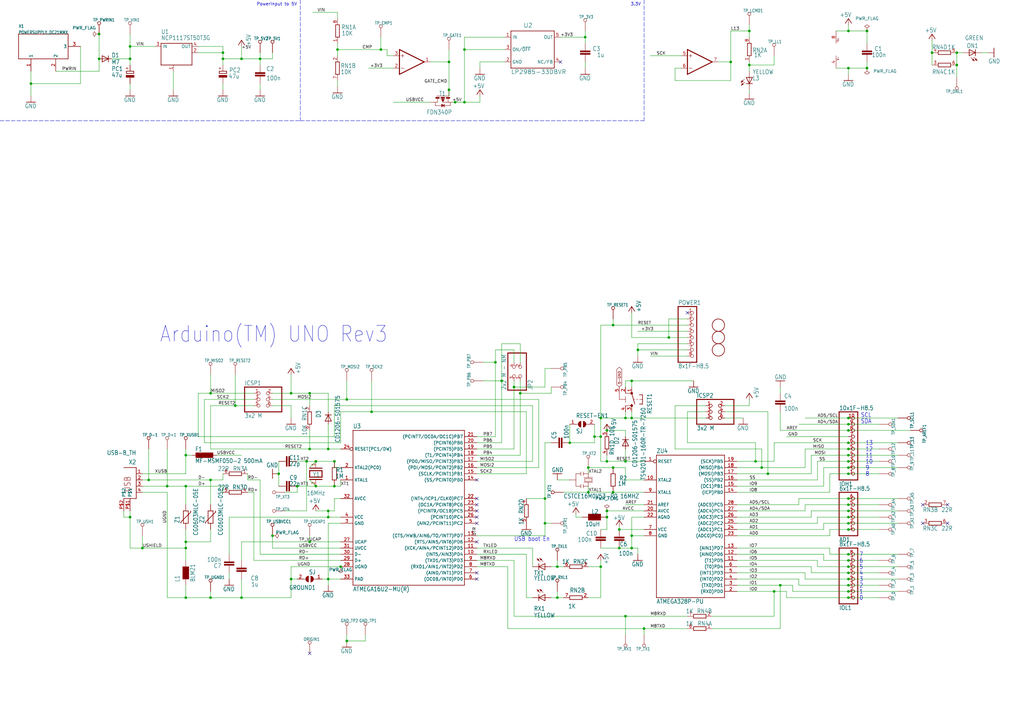
<source format=kicad_sch>
(kicad_sch (version 20211123) (generator eeschema)
  (paper "A3")
  (junction (at 241.3 191.77))
  (junction (at 274.32 138.43))
  (junction (at 119.38 161.29))
  (junction (at 138.43 20.32))
  (junction (at 99.06 245.11))
  (junction (at 347.98 234.95))
  (junction (at 119.38 237.49))
  (junction (at 152.4 168.91))
  (junction (at 210.82 158.75))
  (junction (at 40.64 24.13))
  (junction (at 58.42 224.79))
  (junction (at 251.46 191.77))
  (junction (at 233.68 181.61))
  (junction (at 134.62 212.09))
  (junction (at 347.98 237.49))
  (junction (at 347.98 214.63))
  (junction (at 347.98 176.53))
  (junction (at 254 217.17))
  (junction (at 259.08 171.45))
  (junction (at 125.73 189.23))
  (junction (at 317.5 242.57))
  (junction (at 53.34 24.13))
  (junction (at 106.68 24.13))
  (junction (at 137.16 189.23))
  (junction (at 60.96 196.85))
  (junction (at 347.98 184.15))
  (junction (at 347.98 186.69))
  (junction (at 127 161.29))
  (junction (at 256.54 189.23))
  (junction (at 259.08 156.21))
  (junction (at 392.43 21.59))
  (junction (at 347.98 27.94))
  (junction (at 129.54 189.23))
  (junction (at 134.62 209.55))
  (junction (at 256.54 171.45))
  (junction (at 121.92 199.39))
  (junction (at 248.92 209.55))
  (junction (at 347.98 209.55))
  (junction (at 259.08 219.71))
  (junction (at 347.98 232.41))
  (junction (at 246.38 171.45))
  (junction (at 347.98 229.87))
  (junction (at 347.98 181.61))
  (junction (at 76.2 245.11))
  (junction (at 347.98 12.7))
  (junction (at 347.98 242.57))
  (junction (at 248.92 212.09))
  (junction (at 355.6 12.7))
  (junction (at 96.52 166.37))
  (junction (at 347.98 173.99))
  (junction (at 256.54 252.73))
  (junction (at 86.36 161.29))
  (junction (at 76.2 222.25))
  (junction (at 223.52 214.63))
  (junction (at 91.44 21.59))
  (junction (at 76.2 186.69))
  (junction (at 355.6 27.94))
  (junction (at 251.46 201.93))
  (junction (at 184.15 36.83))
  (junction (at 213.36 161.29))
  (junction (at 314.96 194.31))
  (junction (at 347.98 227.33))
  (junction (at 134.62 184.15))
  (junction (at 240.03 15.24))
  (junction (at 246.38 232.41))
  (junction (at 248.92 189.23))
  (junction (at 223.52 204.47))
  (junction (at 264.16 257.81))
  (junction (at 86.36 196.85))
  (junction (at 309.88 189.23))
  (junction (at 76.2 224.79))
  (junction (at 347.98 171.45))
  (junction (at 134.62 237.49))
  (junction (at 127 184.15))
  (junction (at 248.92 176.53))
  (junction (at 203.2 148.59))
  (junction (at 156.21 20.32))
  (junction (at 114.3 194.31))
  (junction (at 347.98 204.47))
  (junction (at 347.98 245.11))
  (junction (at 307.34 12.7))
  (junction (at 142.24 163.83))
  (junction (at 184.15 25.4))
  (junction (at 186.69 41.91))
  (junction (at 142.24 262.89))
  (junction (at 86.36 245.11))
  (junction (at 190.5 41.91))
  (junction (at 53.34 19.05))
  (junction (at 139.7 232.41))
  (junction (at 347.98 240.03))
  (junction (at 259.08 224.79))
  (junction (at 40.64 13.97))
  (junction (at 261.62 143.51))
  (junction (at 254 224.79))
  (junction (at 347.98 191.77))
  (junction (at 205.74 156.21))
  (junction (at 190.5 20.32))
  (junction (at 241.3 201.93))
  (junction (at 299.72 25.4))
  (junction (at 111.76 219.71))
  (junction (at 228.6 245.11))
  (junction (at 347.98 212.09))
  (junction (at 347.98 189.23))
  (junction (at 137.16 199.39))
  (junction (at 129.54 199.39))
  (junction (at 12.7 34.29))
  (junction (at 246.38 179.07))
  (junction (at 68.58 199.39))
  (junction (at 53.34 212.09))
  (junction (at 243.84 179.07))
  (junction (at 347.98 207.01))
  (junction (at 307.34 26.67))
  (junction (at 228.6 232.41))
  (junction (at 99.06 24.13))
  (junction (at 251.46 133.35))
  (junction (at 127 222.25))
  (junction (at 347.98 217.17))
  (junction (at 320.04 240.03))
  (junction (at 312.42 191.77))
  (junction (at 76.2 199.39))
  (junction (at 392.43 26.67))
  (junction (at 347.98 194.31))
  (junction (at 382.27 21.59))
  (junction (at 91.44 24.13))
  (no_connect (at 378.46 214.63))
  (no_connect (at 378.46 207.01))
  (no_connect (at 388.62 214.63))
  (no_connect (at 388.62 207.01))
  (no_connect (at 281.94 128.27))
  (no_connect (at 195.58 196.85))
  (no_connect (at 195.58 207.01))
  (no_connect (at 195.58 204.47))
  (no_connect (at 195.58 237.49))
  (no_connect (at 195.58 234.95))
  (no_connect (at 195.58 222.25))
  (no_connect (at 195.58 214.63))
  (no_connect (at 195.58 212.09))
  (no_connect (at 195.58 209.55))
  (no_connect (at 229.87 25.4))
  (no_connect (at 127 267.97))
  (wire (pts (xy 96.52 166.37) (xy 104.14 166.37)))
  (wire (pts (xy 213.36 140.97) (xy 213.36 148.59)))
  (wire (pts (xy 195.58 189.23) (xy 218.44 189.23)))
  (wire (pts (xy 99.06 237.49) (xy 99.06 245.11)))
  (wire (pts (xy 207.01 15.24) (xy 190.5 15.24)))
  (wire (pts (xy 302.26 234.95) (xy 330.2 234.95)))
  (wire (pts (xy 251.46 201.93) (xy 241.3 201.93)))
  (wire (pts (xy 360.68 189.23) (xy 347.98 189.23)))
  (wire (pts (xy 137.16 204.47) (xy 137.16 209.55)))
  (wire (pts (xy 99.06 186.69) (xy 88.9 186.69)))
  (wire (pts (xy 195.58 219.71) (xy 223.52 219.71)))
  (wire (pts (xy 12.7 29.21) (xy 12.7 34.29)))
  (wire (pts (xy 142.24 163.83) (xy 111.76 163.83)))
  (wire (pts (xy 208.28 257.81) (xy 208.28 232.41)))
  (wire (pts (xy 45.72 24.13) (xy 53.34 24.13)))
  (wire (pts (xy 137.16 209.55) (xy 134.62 209.55)))
  (wire (pts (xy 360.68 207.01) (xy 347.98 207.01)))
  (wire (pts (xy 190.5 15.24) (xy 190.5 20.32)))
  (wire (pts (xy 307.34 12.7) (xy 299.72 12.7)))
  (wire (pts (xy 382.27 21.59) (xy 382.27 16.51)))
  (wire (pts (xy 58.42 201.93) (xy 68.58 201.93)))
  (wire (pts (xy 309.88 181.61) (xy 309.88 189.23)))
  (wire (pts (xy 248.92 176.53) (xy 256.54 176.53)))
  (wire (pts (xy 134.62 184.15) (xy 127 184.15)))
  (wire (pts (xy 307.34 26.67) (xy 307.34 29.21)))
  (wire (pts (xy 127 161.29) (xy 127 166.37)))
  (wire (pts (xy 81.28 21.59) (xy 91.44 21.59)))
  (wire (pts (xy 210.82 148.59) (xy 210.82 143.51)))
  (wire (pts (xy 99.06 245.11) (xy 119.38 245.11)))
  (wire (pts (xy 215.9 194.31) (xy 215.9 168.91)))
  (wire (pts (xy 195.58 181.61) (xy 205.74 181.61)))
  (wire (pts (xy 142.24 262.89) (xy 149.86 262.89)))
  (wire (pts (xy 264.16 260.35) (xy 264.16 257.81)))
  (wire (pts (xy 63.5 19.05) (xy 53.34 19.05)))
  (wire (pts (xy 347.98 240.03) (xy 327.66 240.03)))
  (wire (pts (xy 246.38 232.41) (xy 246.38 229.87)))
  (wire (pts (xy 335.28 189.23) (xy 347.98 189.23)))
  (wire (pts (xy 76.2 240.03) (xy 76.2 245.11)))
  (wire (pts (xy 355.6 25.4) (xy 355.6 27.94)))
  (wire (pts (xy 215.9 168.91) (xy 152.4 168.91)))
  (wire (pts (xy 127 222.25) (xy 127 219.71)))
  (wire (pts (xy 83.82 163.83) (xy 104.14 163.83)))
  (wire (pts (xy 347.98 173.99) (xy 327.66 173.99)))
  (wire (pts (xy 259.08 168.91) (xy 259.08 171.45)))
  (wire (pts (xy 137.16 179.07) (xy 81.28 179.07)))
  (wire (pts (xy 213.36 161.29) (xy 226.06 161.29)))
  (wire (pts (xy 68.58 199.39) (xy 58.42 199.39)))
  (wire (pts (xy 241.3 232.41) (xy 246.38 232.41)))
  (wire (pts (xy 312.42 184.15) (xy 312.42 191.77)))
  (wire (pts (xy 139.7 199.39) (xy 139.7 196.85)))
  (wire (pts (xy 119.38 161.29) (xy 127 161.29)))
  (wire (pts (xy 251.46 133.35) (xy 281.94 133.35)))
  (wire (pts (xy 50.8 209.55) (xy 50.8 212.09)))
  (wire (pts (xy 256.54 189.23) (xy 248.92 189.23)))
  (wire (pts (xy 53.34 26.67) (xy 53.34 24.13)))
  (wire (pts (xy 259.08 224.79) (xy 254 224.79)))
  (wire (pts (xy 195.58 191.77) (xy 220.98 191.77)))
  (wire (pts (xy 138.43 20.32) (xy 156.21 20.32)))
  (wire (pts (xy 243.84 181.61) (xy 243.84 179.07)))
  (wire (pts (xy 158.75 22.86) (xy 158.75 20.32)))
  (wire (pts (xy 161.29 27.94) (xy 151.13 27.94)))
  (wire (pts (xy 332.74 194.31) (xy 314.96 194.31)))
  (wire (pts (xy 53.34 224.79) (xy 53.34 212.09)))
  (wire (pts (xy 251.46 130.81) (xy 251.46 133.35)))
  (wire (pts (xy 236.22 212.09) (xy 238.76 212.09)))
  (wire (pts (xy 347.98 12.7) (xy 355.6 12.7)))
  (wire (pts (xy 223.52 204.47) (xy 223.52 181.61)))
  (wire (pts (xy 368.3 214.63) (xy 347.98 214.63)))
  (wire (pts (xy 327.66 240.03) (xy 327.66 237.49)))
  (wire (pts (xy 190.5 41.91) (xy 196.85 41.91)))
  (wire (pts (xy 332.74 186.69) (xy 332.74 194.31)))
  (wire (pts (xy 254 217.17) (xy 254 215.9)))
  (wire (pts (xy 119.38 237.49) (xy 119.38 232.41)))
  (wire (pts (xy 330.2 207.01) (xy 330.2 209.55)))
  (wire (pts (xy 228.6 245.11) (xy 226.06 245.11)))
  (wire (pts (xy 276.86 166.37) (xy 276.86 184.15)))
  (polyline (pts (xy 123.19 49.53) (xy 264.16 49.53)))
  (wire (pts (xy 289.56 171.45) (xy 259.08 171.45)))
  (wire (pts (xy 213.36 186.69) (xy 213.36 161.29)))
  (wire (pts (xy 264.16 201.93) (xy 251.46 201.93)))
  (wire (pts (xy 116.84 201.93) (xy 121.92 201.93)))
  (wire (pts (xy 347.98 237.49) (xy 368.3 237.49)))
  (wire (pts (xy 299.72 25.4) (xy 299.72 33.02)))
  (wire (pts (xy 91.44 21.59) (xy 91.44 24.13)))
  (wire (pts (xy 86.36 166.37) (xy 96.52 166.37)))
  (wire (pts (xy 142.24 262.89) (xy 142.24 260.35)))
  (wire (pts (xy 335.28 196.85) (xy 335.28 189.23)))
  (wire (pts (xy 161.29 22.86) (xy 158.75 22.86)))
  (wire (pts (xy 347.98 232.41) (xy 368.3 232.41)))
  (wire (pts (xy 322.58 245.11) (xy 322.58 242.57)))
  (wire (pts (xy 86.36 245.11) (xy 99.06 245.11)))
  (wire (pts (xy 347.98 217.17) (xy 340.36 217.17)))
  (polyline (pts (xy 123.19 0) (xy 123.19 49.53)))
  (wire (pts (xy 360.68 212.09) (xy 347.98 212.09)))
  (wire (pts (xy 207.01 25.4) (xy 196.85 25.4)))
  (wire (pts (xy 347.98 30.48) (xy 347.98 27.94)))
  (wire (pts (xy 106.68 24.13) (xy 106.68 21.59)))
  (polyline (pts (xy 0 49.53) (xy 123.19 49.53)))
  (wire (pts (xy 281.94 257.81) (xy 264.16 257.81)))
  (wire (pts (xy 33.02 34.29) (xy 33.02 19.05)))
  (wire (pts (xy 317.5 26.67) (xy 307.34 26.67)))
  (wire (pts (xy 134.62 214.63) (xy 134.62 237.49)))
  (wire (pts (xy 264.16 257.81) (xy 208.28 257.81)))
  (wire (pts (xy 256.54 260.35) (xy 256.54 252.73)))
  (wire (pts (xy 246.38 179.07) (xy 246.38 171.45)))
  (wire (pts (xy 134.62 240.03) (xy 134.62 237.49)))
  (wire (pts (xy 203.2 143.51) (xy 203.2 148.59)))
  (wire (pts (xy 340.36 224.79) (xy 340.36 227.33)))
  (wire (pts (xy 223.52 214.63) (xy 223.52 204.47)))
  (wire (pts (xy 86.36 217.17) (xy 86.36 222.25)))
  (wire (pts (xy 312.42 191.77) (xy 302.26 191.77)))
  (wire (pts (xy 138.43 35.56) (xy 138.43 33.02)))
  (wire (pts (xy 22.86 29.21) (xy 40.64 29.21)))
  (wire (pts (xy 340.36 219.71) (xy 302.26 219.71)))
  (wire (pts (xy 302.26 196.85) (xy 335.28 196.85)))
  (wire (pts (xy 53.34 13.97) (xy 53.34 19.05)))
  (wire (pts (xy 302.26 217.17) (xy 337.82 217.17)))
  (wire (pts (xy 248.92 212.09) (xy 248.92 209.55)))
  (wire (pts (xy 53.34 212.09) (xy 53.34 209.55)))
  (wire (pts (xy 111.76 224.79) (xy 111.76 219.71)))
  (wire (pts (xy 137.16 166.37) (xy 137.16 179.07)))
  (wire (pts (xy 233.68 196.85) (xy 228.6 196.85)))
  (wire (pts (xy 320.04 158.75) (xy 320.04 161.29)))
  (wire (pts (xy 228.6 232.41) (xy 226.06 232.41)))
  (wire (pts (xy 149.86 262.89) (xy 149.86 260.35)))
  (wire (pts (xy 53.34 24.13) (xy 53.34 19.05)))
  (wire (pts (xy 347.98 171.45) (xy 330.2 171.45)))
  (wire (pts (xy 299.72 12.7) (xy 299.72 25.4)))
  (wire (pts (xy 121.92 199.39) (xy 129.54 199.39)))
  (wire (pts (xy 347.98 184.15) (xy 360.68 184.15)))
  (wire (pts (xy 138.43 5.08) (xy 138.43 7.62)))
  (polyline (pts (xy 264.16 0) (xy 264.16 49.53)))
  (wire (pts (xy 347.98 191.77) (xy 337.82 191.77)))
  (wire (pts (xy 185.42 41.91) (xy 186.69 41.91)))
  (wire (pts (xy 317.5 242.57) (xy 302.26 242.57)))
  (wire (pts (xy 83.82 181.61) (xy 83.82 163.83)))
  (wire (pts (xy 184.15 20.32) (xy 184.15 25.4)))
  (wire (pts (xy 330.2 191.77) (xy 330.2 184.15)))
  (wire (pts (xy 241.3 201.93) (xy 241.3 199.39)))
  (wire (pts (xy 91.44 194.31) (xy 91.44 196.85)))
  (wire (pts (xy 215.9 227.33) (xy 195.58 227.33)))
  (wire (pts (xy 138.43 20.32) (xy 138.43 22.86)))
  (wire (pts (xy 76.2 222.25) (xy 76.2 224.79)))
  (wire (pts (xy 302.26 207.01) (xy 327.66 207.01)))
  (wire (pts (xy 58.42 196.85) (xy 60.96 196.85)))
  (wire (pts (xy 184.15 36.83) (xy 184.15 39.37)))
  (wire (pts (xy 229.87 15.24) (xy 240.03 15.24)))
  (wire (pts (xy 264.16 189.23) (xy 256.54 189.23)))
  (wire (pts (xy 218.44 189.23) (xy 218.44 166.37)))
  (wire (pts (xy 241.3 201.93) (xy 231.14 201.93)))
  (wire (pts (xy 208.28 232.41) (xy 195.58 232.41)))
  (wire (pts (xy 127 191.77) (xy 129.54 189.23)))
  (wire (pts (xy 137.16 199.39) (xy 129.54 199.39)))
  (wire (pts (xy 276.86 27.94) (xy 279.4 27.94)))
  (wire (pts (xy 223.52 219.71) (xy 223.52 214.63)))
  (wire (pts (xy 184.15 25.4) (xy 176.53 25.4)))
  (wire (pts (xy 281.94 143.51) (xy 261.62 143.51)))
  (wire (pts (xy 127 184.15) (xy 127 176.53)))
  (wire (pts (xy 302.26 201.93) (xy 340.36 201.93)))
  (wire (pts (xy 210.82 158.75) (xy 210.82 156.21)))
  (wire (pts (xy 246.38 133.35) (xy 251.46 133.35)))
  (wire (pts (xy 302.26 189.23) (xy 309.88 189.23)))
  (wire (pts (xy 320.04 176.53) (xy 347.98 176.53)))
  (wire (pts (xy 347.98 229.87) (xy 337.82 229.87)))
  (wire (pts (xy 360.68 240.03) (xy 347.98 240.03)))
  (wire (pts (xy 243.84 179.07) (xy 246.38 179.07)))
  (wire (pts (xy 382.27 26.67) (xy 382.27 21.59)))
  (wire (pts (xy 332.74 234.95) (xy 332.74 232.41)))
  (wire (pts (xy 405.13 21.59) (xy 402.59 21.59)))
  (wire (pts (xy 241.3 245.11) (xy 246.38 245.11)))
  (wire (pts (xy 281.94 135.89) (xy 261.62 135.89)))
  (wire (pts (xy 251.46 191.77) (xy 256.54 191.77)))
  (wire (pts (xy 198.12 156.21) (xy 205.74 156.21)))
  (wire (pts (xy 330.2 184.15) (xy 347.98 184.15)))
  (wire (pts (xy 134.62 209.55) (xy 134.62 212.09)))
  (wire (pts (xy 340.36 217.17) (xy 340.36 219.71)))
  (wire (pts (xy 101.6 196.85) (xy 106.68 196.85)))
  (wire (pts (xy 127 222.25) (xy 99.06 222.25)))
  (wire (pts (xy 205.74 140.97) (xy 213.36 140.97)))
  (wire (pts (xy 281.94 168.91) (xy 281.94 181.61)))
  (wire (pts (xy 360.68 234.95) (xy 347.98 234.95)))
  (wire (pts (xy 340.36 227.33) (xy 347.98 227.33)))
  (wire (pts (xy 368.3 181.61) (xy 347.98 181.61)))
  (wire (pts (xy 58.42 194.31) (xy 76.2 194.31)))
  (wire (pts (xy 116.84 209.55) (xy 125.73 209.55)))
  (wire (pts (xy 347.98 179.07) (xy 322.58 179.07)))
  (wire (pts (xy 101.6 194.31) (xy 101.6 196.85)))
  (wire (pts (xy 119.38 245.11) (xy 119.38 237.49)))
  (wire (pts (xy 276.86 33.02) (xy 276.86 27.94)))
  (wire (pts (xy 264.16 207.01) (xy 256.54 207.01)))
  (wire (pts (xy 347.98 245.11) (xy 322.58 245.11)))
  (wire (pts (xy 274.32 138.43) (xy 259.08 138.43)))
  (wire (pts (xy 139.7 204.47) (xy 137.16 204.47)))
  (wire (pts (xy 119.38 166.37) (xy 119.38 171.45)))
  (wire (pts (xy 337.82 214.63) (xy 347.98 214.63)))
  (wire (pts (xy 210.82 229.87) (xy 210.82 252.73)))
  (wire (pts (xy 228.6 229.87) (xy 228.6 232.41)))
  (wire (pts (xy 246.38 179.07) (xy 246.38 189.23)))
  (wire (pts (xy 196.85 41.91) (xy 196.85 39.37)))
  (wire (pts (xy 121.92 189.23) (xy 125.73 189.23)))
  (wire (pts (xy 68.58 245.11) (xy 76.2 245.11)))
  (wire (pts (xy 335.28 214.63) (xy 302.26 214.63)))
  (wire (pts (xy 259.08 219.71) (xy 264.16 219.71)))
  (wire (pts (xy 335.28 212.09) (xy 335.28 214.63)))
  (wire (pts (xy 337.82 227.33) (xy 302.26 227.33)))
  (wire (pts (xy 261.62 224.79) (xy 261.62 227.33)))
  (wire (pts (xy 279.4 22.86) (xy 266.7 22.86)))
  (wire (pts (xy 294.64 25.4) (xy 299.72 25.4)))
  (wire (pts (xy 240.03 27.94) (xy 240.03 25.4)))
  (wire (pts (xy 96.52 153.67) (xy 96.52 166.37)))
  (wire (pts (xy 106.68 24.13) (xy 111.76 24.13)))
  (wire (pts (xy 302.26 212.09) (xy 332.74 212.09)))
  (wire (pts (xy 332.74 212.09) (xy 332.74 209.55)))
  (wire (pts (xy 76.2 224.79) (xy 58.42 224.79)))
  (wire (pts (xy 215.9 204.47) (xy 223.52 204.47)))
  (wire (pts (xy 86.36 161.29) (xy 104.14 161.29)))
  (wire (pts (xy 50.8 212.09) (xy 53.34 212.09)))
  (wire (pts (xy 156.21 20.32) (xy 158.75 20.32)))
  (wire (pts (xy 266.7 146.05) (xy 281.94 146.05)))
  (wire (pts (xy 12.7 34.29) (xy 12.7 39.37)))
  (wire (pts (xy 256.54 191.77) (xy 256.54 196.85)))
  (wire (pts (xy 190.5 20.32) (xy 207.01 20.32)))
  (wire (pts (xy 256.54 184.15) (xy 256.54 189.23)))
  (wire (pts (xy 327.66 204.47) (xy 347.98 204.47)))
  (wire (pts (xy 289.56 166.37) (xy 276.86 166.37)))
  (wire (pts (xy 289.56 168.91) (xy 281.94 168.91)))
  (wire (pts (xy 259.08 224.79) (xy 259.08 219.71)))
  (wire (pts (xy 337.82 191.77) (xy 337.82 199.39)))
  (wire (pts (xy 68.58 201.93) (xy 68.58 245.11)))
  (wire (pts (xy 195.58 186.69) (xy 213.36 186.69)))
  (wire (pts (xy 76.2 186.69) (xy 78.74 186.69)))
  (wire (pts (xy 114.3 194.31) (xy 114.3 189.23)))
  (wire (pts (xy 60.96 184.15) (xy 60.96 196.85)))
  (wire (pts (xy 302.26 224.79) (xy 340.36 224.79)))
  (wire (pts (xy 246.38 217.17) (xy 248.92 217.17)))
  (wire (pts (xy 347.98 186.69) (xy 368.3 186.69)))
  (wire (pts (xy 330.2 237.49) (xy 347.98 237.49)))
  (wire (pts (xy 292.1 257.81) (xy 320.04 257.81)))
  (wire (pts (xy 226.06 161.29) (xy 226.06 158.75)))
  (wire (pts (xy 139.7 168.91) (xy 139.7 181.61)))
  (wire (pts (xy 111.76 161.29) (xy 119.38 161.29)))
  (wire (pts (xy 12.7 34.29) (xy 33.02 34.29)))
  (wire (pts (xy 58.42 224.79) (xy 53.34 224.79)))
  (wire (pts (xy 134.62 212.09) (xy 93.98 212.09)))
  (wire (pts (xy 274.32 130.81) (xy 274.32 138.43)))
  (wire (pts (xy 256.54 176.53) (xy 256.54 179.07)))
  (wire (pts (xy 226.06 181.61) (xy 223.52 181.61)))
  (wire (pts (xy 241.3 194.31) (xy 241.3 191.77)))
  (wire (pts (xy 40.64 29.21) (xy 40.64 24.13)))
  (wire (pts (xy 325.12 240.03) (xy 325.12 242.57)))
  (wire (pts (xy 246.38 232.41) (xy 246.38 245.11)))
  (wire (pts (xy 210.82 252.73) (xy 256.54 252.73)))
  (wire (pts (xy 134.62 173.99) (xy 134.62 184.15)))
  (wire (pts (xy 220.98 191.77) (xy 220.98 163.83)))
  (wire (pts (xy 342.9 27.94) (xy 347.98 27.94)))
  (wire (pts (xy 355.6 27.94) (xy 347.98 27.94)))
  (wire (pts (xy 281.94 130.81) (xy 274.32 130.81)))
  (wire (pts (xy 86.36 222.25) (xy 76.2 222.25)))
  (wire (pts (xy 307.34 36.83) (xy 307.34 38.1)))
  (wire (pts (xy 246.38 171.45) (xy 246.38 133.35)))
  (wire (pts (xy 137.16 199.39) (xy 139.7 199.39)))
  (wire (pts (xy 76.2 199.39) (xy 76.2 207.01)))
  (wire (pts (xy 195.58 179.07) (xy 203.2 179.07)))
  (wire (pts (xy 91.44 26.67) (xy 91.44 24.13)))
  (wire (pts (xy 342.9 12.7) (xy 347.98 12.7)))
  (wire (pts (xy 240.03 15.24) (xy 240.03 17.78)))
  (wire (pts (xy 226.06 214.63) (xy 223.52 214.63)))
  (wire (pts (xy 156.21 15.24) (xy 156.21 20.32)))
  (wire (pts (xy 106.68 196.85) (xy 106.68 227.33)))
  (wire (pts (xy 137.16 189.23) (xy 137.16 191.77)))
  (wire (pts (xy 256.54 196.85) (xy 264.16 196.85)))
  (wire (pts (xy 203.2 148.59) (xy 203.2 179.07)))
  (wire (pts (xy 347.98 212.09) (xy 335.28 212.09)))
  (wire (pts (xy 259.08 156.21) (xy 284.48 156.21)))
  (wire (pts (xy 127 161.29) (xy 134.62 161.29)))
  (wire (pts (xy 317.5 189.23) (xy 317.5 181.61)))
  (wire (pts (xy 347.98 234.95) (xy 332.74 234.95)))
  (wire (pts (xy 307.34 163.83) (xy 307.34 166.37)))
  (wire (pts (xy 106.68 34.29) (xy 106.68 36.83)))
  (wire (pts (xy 81.28 19.05) (xy 91.44 19.05)))
  (wire (pts (xy 119.38 232.41) (xy 139.7 232.41)))
  (wire (pts (xy 190.5 20.32) (xy 190.5 41.91)))
  (wire (pts (xy 86.36 196.85) (xy 86.36 207.01)))
  (wire (pts (xy 360.68 245.11) (xy 347.98 245.11)))
  (wire (pts (xy 121.92 201.93) (xy 121.92 199.39)))
  (wire (pts (xy 243.84 179.07) (xy 243.84 173.99)))
  (wire (pts (xy 223.52 151.13) (xy 226.06 151.13)))
  (wire (pts (xy 332.74 209.55) (xy 347.98 209.55)))
  (wire (pts (xy 139.7 181.61) (xy 83.82 181.61)))
  (wire (pts (xy 76.2 245.11) (xy 86.36 245.11)))
  (wire (pts (xy 322.58 242.57) (xy 317.5 242.57)))
  (wire (pts (xy 210.82 143.51) (xy 203.2 143.51)))
  (wire (pts (xy 139.7 222.25) (xy 127 222.25)))
  (wire (pts (xy 81.28 179.07) (xy 81.28 161.29)))
  (wire (pts (xy 195.58 194.31) (xy 215.9 194.31)))
  (wire (pts (xy 259.08 224.79) (xy 261.62 224.79)))
  (wire (pts (xy 134.62 161.29) (xy 134.62 168.91)))
  (wire (pts (xy 240.03 12.7) (xy 240.03 15.24)))
  (wire (pts (xy 340.36 201.93) (xy 340.36 194.31)))
  (wire (pts (xy 139.7 237.49) (xy 134.62 237.49)))
  (wire (pts (xy 317.5 252.73) (xy 292.1 252.73)))
  (wire (pts (xy 152.4 168.91) (xy 152.4 156.21)))
  (wire (pts (xy 261.62 143.51) (xy 261.62 146.05)))
  (wire (pts (xy 195.58 229.87) (xy 210.82 229.87)))
  (wire (pts (xy 76.2 184.15) (xy 76.2 186.69)))
  (wire (pts (xy 76.2 229.87) (xy 76.2 224.79)))
  (wire (pts (xy 256.54 252.73) (xy 281.94 252.73)))
  (wire (pts (xy 320.04 240.03) (xy 325.12 240.03)))
  (wire (pts (xy 210.82 184.15) (xy 210.82 158.75)))
  (wire (pts (xy 139.7 227.33) (xy 106.68 227.33)))
  (wire (pts (xy 218.44 224.79) (xy 195.58 224.79)))
  (wire (pts (xy 248.92 189.23) (xy 246.38 189.23)))
  (wire (pts (xy 347.98 10.16) (xy 347.98 12.7)))
  (wire (pts (xy 299.72 33.02) (xy 276.86 33.02)))
  (wire (pts (xy 231.14 232.41) (xy 228.6 232.41)))
  (wire (pts (xy 228.6 242.57) (xy 228.6 245.11)))
  (wire (pts (xy 86.36 196.85) (xy 91.44 196.85)))
  (wire (pts (xy 314.96 194.31) (xy 302.26 194.31)))
  (wire (pts (xy 127 184.15) (xy 86.36 184.15)))
  (wire (pts (xy 111.76 24.13) (xy 111.76 21.59)))
  (wire (pts (xy 138.43 17.78) (xy 138.43 20.32)))
  (wire (pts (xy 161.29 41.91) (xy 176.53 41.91)))
  (wire (pts (xy 129.54 189.23) (xy 125.73 189.23)))
  (wire (pts (xy 127 196.85) (xy 129.54 199.39)))
  (wire (pts (xy 347.98 171.45) (xy 368.3 171.45)))
  (wire (pts (xy 139.7 184.15) (xy 134.62 184.15)))
  (wire (pts (xy 259.08 156.21) (xy 259.08 158.75)))
  (wire (pts (xy 330.2 234.95) (xy 330.2 237.49)))
  (wire (pts (xy 325.12 242.57) (xy 347.98 242.57)))
  (wire (pts (xy 210.82 158.75) (xy 223.52 158.75)))
  (wire (pts (xy 119.38 161.29) (xy 119.38 153.67)))
  (wire (pts (xy 231.14 245.11) (xy 228.6 245.11)))
  (wire (pts (xy 218.44 232.41) (xy 218.44 224.79)))
  (wire (pts (xy 256.54 171.45) (xy 246.38 171.45)))
  (wire (pts (xy 347.98 207.01) (xy 330.2 207.01)))
  (wire (pts (xy 233.68 181.61) (xy 233.68 173.99)))
  (wire (pts (xy 142.24 163.83) (xy 142.24 156.21)))
  (wire (pts (xy 213.36 161.29) (xy 213.36 156.21)))
  (wire (pts (xy 53.34 36.83) (xy 53.34 34.29)))
  (wire (pts (xy 337.82 199.39) (xy 302.26 199.39)))
  (wire (pts (xy 76.2 194.31) (xy 76.2 186.69)))
  (wire (pts (xy 111.76 166.37) (xy 119.38 166.37)))
  (wire (pts (xy 330.2 209.55) (xy 302.26 209.55)))
  (wire (pts (xy 125.73 209.55) (xy 125.73 189.23)))
  (wire (pts (xy 86.36 184.15) (xy 86.36 166.37)))
  (wire (pts (xy 254 224.79) (xy 246.38 224.79)))
  (wire (pts (xy 198.12 148.59) (xy 203.2 148.59)))
  (wire (pts (xy 355.6 12.7) (xy 355.6 17.78)))
  (wire (pts (xy 86.36 153.67) (xy 86.36 161.29)))
  (wire (pts (xy 93.98 212.09) (xy 93.98 227.33)))
  (wire (pts (xy 309.88 189.23) (xy 317.5 189.23)))
  (wire (pts (xy 332.74 232.41) (xy 302.26 232.41)))
  (wire (pts (xy 360.68 217.17) (xy 347.98 217.17)))
  (wire (pts (xy 218.44 166.37) (xy 137.16 166.37)))
  (wire (pts (xy 205.74 156.21) (xy 205.74 140.97)))
  (wire (pts (xy 40.64 13.97) (xy 40.64 24.13)))
  (wire (pts (xy 256.54 156.21) (xy 256.54 158.75)))
  (wire (pts (xy 307.34 10.16) (xy 307.34 12.7)))
  (wire (pts (xy 337.82 229.87) (xy 337.82 227.33)))
  (wire (pts (xy 99.06 19.05) (xy 99.06 24.13)))
  (wire (pts (xy 256.54 156.21) (xy 259.08 156.21)))
  (wire (pts (xy 276.86 184.15) (xy 312.42 184.15)))
  (wire (pts (xy 99.06 24.13) (xy 106.68 24.13)))
  (wire (pts (xy 248.92 186.69) (xy 248.92 189.23)))
  (wire (pts (xy 264.16 212.09) (xy 259.08 212.09)))
  (wire (pts (xy 302.26 229.87) (xy 335.28 229.87)))
  (wire (pts (xy 223.52 158.75) (xy 223.52 151.13)))
  (wire (pts (xy 320.04 168.91) (xy 320.04 176.53)))
  (wire (pts (xy 196.85 25.4) (xy 196.85 27.94)))
  (wire (pts (xy 111.76 224.79) (xy 139.7 224.79)))
  (wire (pts (xy 317.5 22.86) (xy 317.5 26.67)))
  (wire (pts (xy 106.68 24.13) (xy 106.68 26.67)))
  (wire (pts (xy 215.9 245.11) (xy 215.9 227.33)))
  (wire (pts (xy 220.98 163.83) (xy 142.24 163.83)))
  (wire (pts (xy 320.04 257.81) (xy 320.04 240.03)))
  (wire (pts (xy 139.7 212.09) (xy 134.62 212.09)))
  (wire (pts (xy 76.2 222.25) (xy 76.2 217.17)))
  (wire (pts (xy 394.97 21.59) (xy 392.43 21.59)))
  (wire (pts (xy 347.98 227.33) (xy 368.3 227.33)))
  (wire (pts (xy 58.42 219.71) (xy 58.42 224.79)))
  (wire (pts (xy 99.06 229.87) (xy 99.06 222.25)))
  (wire (pts (xy 259.08 212.09) (xy 259.08 219.71)))
  (wire (pts (xy 139.7 214.63) (xy 134.62 214.63)))
  (wire (pts (xy 307.34 166.37) (xy 297.18 166.37)))
  (wire (pts (xy 264.16 217.17) (xy 254 217.17)))
  (wire (pts (xy 114.3 199.39) (xy 114.3 194.31)))
  (wire (pts (xy 104.14 201.93) (xy 104.14 229.87)))
  (wire (pts (xy 91.44 24.13) (xy 99.06 24.13)))
  (wire (pts (xy 261.62 140.97) (xy 261.62 143.51)))
  (wire (pts (xy 195.58 184.15) (xy 210.82 184.15)))
  (wire (pts (xy 307.34 15.24) (xy 307.34 12.7)))
  (wire (pts (xy 86.36 242.57) (xy 86.36 245.11)))
  (wire (pts (xy 302.26 240.03) (xy 320.04 240.03)))
  (wire (pts (xy 81.28 161.29) (xy 86.36 161.29)))
  (wire (pts (xy 132.08 237.49) (xy 134.62 237.49)))
  (wire (pts (xy 259.08 138.43) (xy 259.08 128.27)))
  (wire (pts (xy 347.98 242.57) (xy 368.3 242.57)))
  (wire (pts (xy 314.96 168.91) (xy 314.96 194.31)))
  (wire (pts (xy 392.43 26.67) (xy 392.43 31.75)))
  (wire (pts (xy 205.74 181.61) (xy 205.74 156.21)))
  (wire (pts (xy 68.58 184.15) (xy 68.58 199.39)))
  (wire (pts (xy 248.92 217.17) (xy 248.92 212.09)))
  (wire (pts (xy 91.44 19.05) (xy 91.44 21.59)))
  (wire (pts (xy 256.54 168.91) (xy 256.54 171.45)))
  (wire (pts (xy 360.68 229.87) (xy 347.98 229.87)))
  (wire (pts (xy 91.44 199.39) (xy 91.44 201.93)))
  (wire (pts (xy 129.54 189.23) (xy 137.16 189.23)))
  (wire (pts (xy 337.82 217.17) (xy 337.82 214.63)))
  (wire (pts (xy 307.34 25.4) (xy 307.34 26.67)))
  (wire (pts (xy 347.98 186.69) (xy 332.74 186.69)))
  (wire (pts (xy 236.22 210.82) (xy 236.22 212.09)))
  (wire (pts (xy 91.44 199.39) (xy 76.2 199.39)))
  (wire (pts (xy 327.66 207.01) (xy 327.66 204.47)))
  (wire (pts (xy 128.27 5.08) (xy 138.43 5.08)))
  (wire (pts (xy 297.18 168.91) (xy 314.96 168.91)))
  (wire (pts (xy 281.94 181.61) (xy 309.88 181.61)))
  (wire (pts (xy 317.5 252.73) (xy 317.5 242.57)))
  (wire (pts (xy 360.68 194.31) (xy 347.98 194.31)))
  (wire (pts (xy 347.98 191.77) (xy 368.3 191.77)))
  (wire (pts (xy 233.68 181.61) (xy 243.84 181.61)))
  (wire (pts (xy 340.36 194.31) (xy 347.98 194.31)))
  (wire (pts (xy 259.08 171.45) (xy 256.54 171.45)))
  (wire (pts (xy 137.16 191.77) (xy 139.7 191.77)))
  (wire (pts (xy 392.43 26.67) (xy 392.43 21.59)))
  (wire (pts (xy 71.12 36.83) (xy 71.12 29.21)))
  (wire (pts (xy 91.44 34.29) (xy 91.44 36.83)))
  (wire (pts (xy 368.3 209.55) (xy 347.98 209.55)))
  (wire (pts (xy 121.92 237.49) (xy 119.38 237.49)))
  (wire (pts (xy 312.42 191.77) (xy 330.2 191.77)))
  (wire (pts (xy 186.69 41.91) (xy 190.5 41.91)))
  (wire (pts (xy 327.66 237.49) (xy 302.26 237.49)))
  (wire (pts (xy 218.44 245.11) (xy 215.9 245.11)))
  (wire (pts (xy 93.98 237.49) (xy 93.98 234.95)))
  (wire (pts (xy 347.98 176.53) (xy 373.38 176.53)))
  (wire (pts (xy 129.54 209.55) (xy 134.62 209.55)))
  (wire (pts (xy 335.28 229.87) (xy 335.28 232.41)))
  (wire (pts (xy 368.3 204.47) (xy 347.98 204.47)))
  (wire (pts (xy 101.6 201.93) (xy 104.14 201.93)))
  (wire (pts (xy 104.14 229.87) (xy 139.7 229.87)))
  (wire (pts (xy 335.28 232.41) (xy 347.98 232.41)))
  (wire (pts (xy 152.4 168.91) (xy 139.7 168.91)))
  (wire (pts (xy 76.2 199.39) (xy 68.58 199.39)))
  (wire (pts (xy 241.3 191.77) (xy 251.46 191.77)))
  (wire (pts (xy 304.8 171.45) (xy 297.18 171.45)))
  (wire (pts (xy 184.15 25.4) (xy 184.15 36.83)))
  (wire (pts (xy 347.98 173.99) (xy 360.68 173.99)))
  (wire (pts (xy 281.94 140.97) (xy 261.62 140.97)))
  (wire (pts (xy 264.16 209.55) (xy 248.92 209.55)))
  (wire (pts (xy 60.96 196.85) (xy 86.36 196.85)))
  (wire (pts (xy 317.5 181.61) (xy 347.98 181.61)))
  (wire (pts (xy 281.94 138.43) (xy 274.32 138.43)))
  (text "4" (at 352.425 236.22 180) (effects (font (size 1.778 1.5113)) (justify left bottom)))
  (text "7" (at 352.425 228.6 180) (effects (font (size 1.778 1.5113)) (justify left bottom)))
  (text "12" (at 354.965 185.42 180) (effects (font (size 1.778 1.5113)) (justify left bottom)))
  (text "3.3V\n" (at 262.89 2.54 180) (effects (font (size 1.27 1.27)) (justify right bottom)))
  (text "11" (at 354.965 187.96 180) (effects (font (size 1.778 1.5113)) (justify left bottom)))
  (text "9" (at 354.965 193.04 180) (effects (font (size 1.778 1.5113)) (justify left bottom)))
  (text "8" (at 354.965 195.58 180) (effects (font (size 1.778 1.5113)) (justify left bottom)))
  (text "Arduino(TM) UNO Rev3" (at 65.405 140.97 180) (effects (font (size 6.4516 5.4838)) (justify left bottom)))
  (text "6" (at 352.425 231.14 180) (effects (font (size 1.778 1.5113)) (justify left bottom)))
  (text "0" (at 352.425 246.38 180) (effects (font (size 1.778 1.5113)) (justify left bottom)))
  (text "13" (at 354.965 182.88 180) (effects (font (size 1.778 1.5113)) (justify left bottom)))
  (text "10" (at 354.965 190.5 180) (effects (font (size 1.778 1.5113)) (justify left bottom)))
  (text "SDA" (at 353.06 173.99 180) (effects (font (size 1.778 1.5113)) (justify left bottom)))
  (text "1" (at 352.425 243.84 180) (effects (font (size 1.778 1.5113)) (justify left bottom)))
  (text "3" (at 352.425 238.76 180) (effects (font (size 1.778 1.5113)) (justify left bottom)))
  (text "SCL" (at 353.06 171.45 180) (effects (font (size 1.778 1.5113)) (justify left bottom)))
  (text "USB boot En" (at 210.82 222.25 180) (effects (font (size 1.778 1.5113)) (justify left bottom)))
  (text "PowerInput to 5V" (at 121.92 2.54 180) (effects (font (size 1.27 1.27)) (justify right bottom)))
  (text "2" (at 352.425 241.3 180) (effects (font (size 1.778 1.5113)) (justify left bottom)))
  (text "5" (at 352.425 233.68 180) (effects (font (size 1.778 1.5113)) (justify left bottom)))
  (label "D-" (at 81.28 196.85 0) (effects (font (size 1.2446 1.2446))))
  (label "TP_VUCAP" (at 122.555 222.25 0) (effects (font (size 1.2446 1.2446))))
  (label "IO8" (at 307.34 201.93 0) (effects (font (size 1.2446 1.2446))))
  (label "RD-" (at 101.6 196.85 0) (effects (font (size 1.2446 1.2446))))
  (label "UGND" (at 121.92 232.41 0) (effects (font (size 1.2446 1.2446))))
  (label "IO0" (at 307.34 242.57 0) (effects (font (size 1.2446 1.2446))))
  (label "AD5/SCL" (at 335.28 171.45 0) (effects (font (size 1.2446 1.2446))))
  (label "GND" (at 323.215 179.07 0) (effects (font (size 1.2446 1.2446))))
  (label "XT1" (at 139.7 199.39 0) (effects (font (size 1.2446 1.2446))))
  (label "TXLED" (at 198.12 224.79 0) (effects (font (size 1.2446 1.2446))))
  (label "AD3" (at 307.34 212.09 0) (effects (font (size 1.2446 1.2446))))
  (label "RESET" (at 252.73 189.23 0) (effects (font (size 1.2446 1.2446))))
  (label "M8TXD" (at 266.7 257.81 0) (effects (font (size 1.2446 1.2446))))
  (label "L13" (at 299.72 12.7 0) (effects (font (size 1.2446 1.2446))))
  (label "IO5" (at 307.34 229.87 0) (effects (font (size 1.2446 1.2446))))
  (label "+5V" (at 185.42 41.91 0) (effects (font (size 1.2446 1.2446))))
  (label "M8TXD" (at 196.85 232.41 0) (effects (font (size 1.2446 1.2446))))
  (label "IO4" (at 307.34 232.41 0) (effects (font (size 1.2446 1.2446))))
  (label "AD4/SDA" (at 307.34 209.55 0) (effects (font (size 1.2446 1.2446))))
  (label "IO9" (at 307.34 199.39 0) (effects (font (size 1.2446 1.2446))))
  (label "SCK" (at 269.24 22.86 0) (effects (font (size 1.2446 1.2446))))
  (label "USBVCC" (at 122.555 224.79 0) (effects (font (size 1.2446 1.2446))))
  (label "UGND" (at 68.58 214.63 90) (effects (font (size 1.2446 1.2446))))
  (label "M8RXD" (at 196.85 229.87 0) (effects (font (size 1.2446 1.2446))))
  (label "AD4/SDA" (at 335.28 173.99 0) (effects (font (size 1.2446 1.2446))))
  (label "IO1" (at 307.34 240.03 0) (effects (font (size 1.2446 1.2446))))
  (label "DTR" (at 195.58 219.71 90) (effects (font (size 1.2446 1.2446))))
  (label "M8RXD" (at 266.7 252.73 0) (effects (font (size 1.2446 1.2446))))
  (label "SCK" (at 333.375 181.61 0) (effects (font (size 1.2446 1.2446))))
  (label "RD-" (at 122.555 227.33 0) (effects (font (size 1.2446 1.2446))))
  (label "USHIELD" (at 58.42 224.79 0) (effects (font (size 1.2446 1.2446))))
  (label "MISO2" (at 196.85 189.23 0) (effects (font (size 1.2446 1.2446))))
  (label "MISO2" (at 86.36 161.29 0) (effects (font (size 1.2446 1.2446))))
  (label "USBVCC" (at 88.9 186.69 0) (effects (font (size 1.2446 1.2446))))
  (label "XTAL1" (at 241.3 201.93 0) (effects (font (size 1.2446 1.2446))))
  (label "+3V3" (at 229.87 15.24 0) (effects (font (size 1.2446 1.2446))))
  (label "SS" (at 335.915 189.23 0) (effects (font (size 1.2446 1.2446))))
  (label "GATE_CMD" (at 173.99 34.29 0) (effects (font (size 1.2446 1.2446))))
  (label "RESET2" (at 89.535 166.37 0) (effects (font (size 1.2446 1.2446))))
  (label "RD+" (at 101.6 201.93 0) (effects (font (size 1.2446 1.2446))))
  (label "AREF" (at 256.54 207.01 0) (effects (font (size 1.2446 1.2446))))
  (label "AD0" (at 307.34 219.71 0) (effects (font (size 1.2446 1.2446))))
  (label "AREF" (at 322.58 176.53 0) (effects (font (size 1.2446 1.2446))))
  (label "AVCC" (at 255.27 209.55 0) (effects (font (size 1.2446 1.2446))))
  (label "PWRIN" (at 25.4 29.21 0) (effects (font (size 1.2446 1.2446))))
  (label "VIN" (at 130.175 5.08 0) (effects (font (size 1.2446 1.2446))))
  (label "RESET" (at 261.62 133.35 0) (effects (font (size 1.1735 1.1735))))
  (label "+3V3" (at 151.765 27.94 0) (effects (font (size 1.2446 1.2446))))
  (label "IO2" (at 307.34 237.49 0) (effects (font (size 1.2446 1.2446))))
  (label "USBVCC" (at 166.37 41.91 0) (effects (font (size 1.2446 1.2446))))
  (label "PB7" (at 198.12 179.07 0) (effects (font (size 1.2446 1.2446))))
  (label "XTAL2" (at 241.3 194.31 0) (effects (font (size 1.2446 1.2446))))
  (label "PB5" (at 198.12 184.15 0) (effects (font (size 1.2446 1.2446))))
  (label "+3V3" (at 262.89 135.89 0) (effects (font (size 1.2446 1.2446))))
  (label "XT2" (at 123.19 189.23 0) (effects (font (size 1.2446 1.2446))))
  (label "VIN" (at 55.88 19.05 0) (effects (font (size 1.2446 1.2446))))
  (label "RXLED" (at 198.12 227.33 0) (effects (font (size 1.2446 1.2446))))
  (label "D+" (at 81.28 199.39 0) (effects (font (size 1.2446 1.2446))))
  (label "MOSI2" (at 196.85 191.77 0) (effects (font (size 1.2446 1.2446))))
  (label "PB4" (at 198.12 186.69 0) (effects (font (size 1.2446 1.2446))))
  (label "SCK2" (at 88.9 163.83 0) (effects (font (size 1.2446 1.2446))))
  (label "XUSB" (at 63.5 194.31 0) (effects (font (size 1.2446 1.2446))))
  (label "AD5/SCL" (at 307.34 207.01 0) (effects (font (size 1.2446 1.2446))))
  (label "MISO" (at 333.375 184.15 0) (effects (font (size 1.2446 1.2446))))
  (label "RESET2" (at 116.84 184.15 0) (effects (font (size 1.2446 1.2446))))
  (label "SCK2" (at 196.85 194.31 0) (effects (font (size 1.2446 1.2446))))
  (label "MOSI2" (at 121.92 163.83 0) (effects (font (size 1.2446 1.2446))))
  (label "XT1" (at 123.19 199.39 0) (effects (font (size 1.2446 1.2446))))
  (label "IO6" (at 307.34 227.33 0) (effects (font (size 1.2446 1.2446))))
  (label "VIN" (at 266.7 146.05 0) (effects (font (size 1.2446 1.2446))))
  (label "IO7" (at 307.34 224.79 0) (effects (font (size 1.2446 1.2446))))
  (label "+5V" (at 99.06 20.32 0) (effects (font (size 1.2446 1.2446))))
  (label "AD1" (at 307.34 217.17 0) (effects (font (size 1.2446 1.2446))))
  (label "IO3" (at 307.34 234.95 0) (effects (font (size 1.2446 1.2446))))
  (label "MOSI" (at 334.01 186.69 0) (effects (font (size 1.2446 1.2446))))
  (label "RD+" (at 122.555 229.87 0) (effects (font (size 1.2446 1.2446))))
  (label "SS" (at 307.34 196.85 0) (effects (font (size 1.2446 1.2446))))
  (label "PB6" (at 198.12 181.61 0) (effects (font (size 1.2446 1.2446))))
  (label "CMP" (at 148.59 20.32 0) (effects (font (size 1.2446 1.2446))))
  (label "AD2" (at 307.34 214.63 0) (effects (font (size 1.2446 1.2446))))
  (global_label "5-GND" (shape bidirectional) (at 254 158.75 90) (effects (font (size 1.016 1.016))) (property "Intersheet References" "${INTERSHEET_REFS}" (effects hide)))
  (symbol (lib_id "UNO-TH_Rev3e-eagle-import:DIODE-SMB") (at 43.18 24.13 0) (unit 1)
    (property "Reference" "D1" (at 45.72 23.6474 0) (effects (font (size 1.778 1.5113)) (justify left bottom)))
    (property "Value" "M7" (at 45.72 26.4414 0) (effects (font (size 1.778 1.5113)) (justify left bottom)))
    (property "Footprint" "UNO-TH_Rev3e:SMB" (effects hide))
  )
  (symbol (lib_id "UNO-TH_Rev3e-eagle-import:GND") (at 215.9 217.17 0) (unit 1)
    (property "Reference" "#GND015" (effects hide))
    (property "Value" "GND" (at 213.36 219.71 0) (effects (font (size 1.778 1.5113)) (justify left bottom)))
    (property "Footprint" "UNO-TH_Rev3e:" (effects hide))
  )
  (symbol (lib_id "UNO-TH_Rev3e-eagle-import:SJ") (at 238.76 173.99 0) (unit 1)
    (property "Reference" "RESET-EN1" (at 236.22 171.45 0) (effects (font (size 1.778 1.5113)) (justify left bottom)))
    (property "Value" "SJ" (at 236.22 177.8 0) (effects (font (size 1.778 1.5113)) (justify left bottom)))
    (property "Footprint" "UNO-TH_Rev3e:SJ" (effects hide))
  )
  (symbol (lib_id "UNO-TH_Rev3e-eagle-import:C-EU0603-RND") (at 106.68 31.75 180) (unit 1)
    (property "Reference" "C2" (at 109.22 29.21 0) (effects (font (size 1.778 1.5113)) (justify right top)))
    (property "Value" "100n" (at 109.22 33.02 0) (effects (font (size 1.778 1.5113)) (justify right top)))
    (property "Footprint" "UNO-TH_Rev3e:C0603-ROUND" (effects hide))
  )
  (symbol (lib_id "UNO-TH_Rev3e-eagle-import:TP_SP") (at 116.84 209.55 180) (unit 1)
    (property "Reference" "TP_XT4" (at 113.03 209.55 0) (effects (font (size 1.27 1.0795)) (justify right top)))
    (property "Value" "TP_SP" (effects hide))
    (property "Footprint" "UNO-TH_Rev3e:TP-SP" (effects hide))
  )
  (symbol (lib_id "UNO-TH_Rev3e-eagle-import:MC33269ST") (at 71.12 24.13 0) (unit 1)
    (property "Reference" "U1" (at 66.04 13.97 0) (effects (font (size 1.778 1.5113)) (justify left bottom)))
    (property "Value" "NCP1117ST50T3G" (at 66.04 16.51 0) (effects (font (size 1.778 1.5113)) (justify left bottom)))
    (property "Footprint" "UNO-TH_Rev3e:SOT223" (effects hide))
  )
  (symbol (lib_id "UNO-TH_Rev3e-eagle-import:POWERSUPPLY_DC21MMX") (at 17.78 19.05 0) (unit 1)
    (property "Reference" "X1" (at 7.62 11.43 0) (effects (font (size 1.27 1.0795)) (justify left bottom)))
    (property "Value" "POWERSUPPLY_DC21MMX" (at 7.62 13.97 0) (effects (font (size 1.27 1.0795)) (justify left bottom)))
    (property "Footprint" "UNO-TH_Rev3e:POWERSUPPLY_DC-21MM" (effects hide))
  )
  (symbol (lib_id "power:PWR_FLAG") (at 139.7 232.41 180) (unit 1)
    (property "Reference" "#FLG0104" (effects hide))
    (property "Value" "PWR_FLAG" (at 139.7 233.68 0))
  )
  (symbol (lib_id "UNO-TH_Rev3e-eagle-import:TP_SP") (at 368.3 214.63 0) (unit 1)
    (property "Reference" "TP_A1" (at 373.38 212.09 90) (effects (font (size 1.27 1.0795)) (justify right top)))
    (property "Value" "TP_SP" (effects hide))
    (property "Footprint" "UNO-TH_Rev3e:TP-SP" (effects hide))
  )
  (symbol (lib_id "UNO-TH_Rev3e-eagle-import:TP_SP") (at 127 267.97 90) (unit 1)
    (property "Reference" "ORIGIN1" (at 124.46 262.89 90) (effects (font (size 1.27 1.0795)) (justify right top)))
    (property "Value" "TP_SP" (effects hide))
    (property "Footprint" "UNO-TH_Rev3e:TP-SP" (effects hide))
  )
  (symbol (lib_id "UNO-TH_Rev3e-eagle-import:PINHD-2X3") (at 292.1 168.91 0) (unit 1)
    (property "Reference" "ICSP2" (at 285.75 163.195 0) (effects (font (size 1.778 1.5113)) (justify left bottom)))
    (property "Value" "3x2 M" (at 285.75 176.53 0) (effects (font (size 1.778 1.5113)) (justify left bottom)))
    (property "Footprint" "UNO-TH_Rev3e:2X03" (effects hide))
  )
  (symbol (lib_id "UNO-TH_Rev3e-eagle-import:LMV358?MM") (at 287.02 25.4 0) (unit 2)
    (property "Reference" "U5" (effects hide))
    (property "Value" "LMV358IDGKR" (effects hide))
    (property "Footprint" "UNO-TH_Rev3e:MSOP08" (effects hide))
  )
  (symbol (lib_id "UNO-TH_Rev3e-eagle-import:TS42") (at 259.08 163.83 180) (unit 1)
    (property "Reference" "RESET1" (at 265.43 161.29 90) (effects (font (size 1.778 1.5113)) (justify left bottom)))
    (property "Value" "TS42031-160R-TR-7260" (at 262.89 167.005 90) (effects (font (size 1.778 1.5113)) (justify left bottom)))
    (property "Footprint" "UNO-TH_Rev3e:TS42" (effects hide))
  )
  (symbol (lib_id "UNO-TH_Rev3e-eagle-import:TP_SP") (at 58.42 219.71 90) (unit 1)
    (property "Reference" "TP_USH1" (at 55.88 214.63 90) (effects (font (size 1.27 1.0795)) (justify right top)))
    (property "Value" "TP_SP" (effects hide))
    (property "Footprint" "UNO-TH_Rev3e:TP-SP" (effects hide))
  )
  (symbol (lib_id "UNO-TH_Rev3e-eagle-import:TP_SP") (at 231.14 201.93 180) (unit 1)
    (property "Reference" "TP_XT1" (at 226.06 204.47 90) (effects (font (size 1.27 1.0795)) (justify right top)))
    (property "Value" "TP_SP" (effects hide))
    (property "Footprint" "UNO-TH_Rev3e:TP-SP" (effects hide))
  )
  (symbol (lib_id "UNO-TH_Rev3e-eagle-import:TP_SP") (at 226.06 214.63 0) (unit 1)
    (property "Reference" "TP_DTR1" (at 231.14 212.09 90) (effects (font (size 1.27 1.0795)) (justify right top)))
    (property "Value" "TP_SP" (effects hide))
    (property "Footprint" "UNO-TH_Rev3e:TP-SP" (effects hide))
  )
  (symbol (lib_id "UNO-TH_Rev3e-eagle-import:LEDCHIP-LED0805") (at 223.52 232.41 270) (unit 1)
    (property "Reference" "TX1" (at 218.948 235.966 90) (effects (font (size 1.778 1.5113)) (justify left bottom)))
    (property "Value" "YELLOW" (at 218.948 238.125 90) (effects (font (size 1.778 1.5113)) (justify left bottom)))
    (property "Footprint" "UNO-TH_Rev3e:CHIP-LED0805" (effects hide))
  )
  (symbol (lib_id "UNO-TH_Rev3e-eagle-import:DIODE-MINIMELF") (at 256.54 181.61 90) (unit 1)
    (property "Reference" "D2" (at 251.9426 179.07 0) (effects (font (size 1.778 1.5113)) (justify right top)))
    (property "Value" "CD1206-S01575" (at 261.3914 191.77 0) (effects (font (size 1.778 1.5113)) (justify left bottom)))
    (property "Footprint" "UNO-TH_Rev3e:MINIMELF" (effects hide))
  )
  (symbol (lib_id "UNO-TH_Rev3e-eagle-import:GND") (at 228.6 194.31 180) (unit 1)
    (property "Reference" "#GND03" (effects hide))
    (property "Value" "GND" (at 231.14 191.77 0) (effects (font (size 1.778 1.5113)) (justify left bottom)))
    (property "Footprint" "UNO-TH_Rev3e:" (effects hide))
  )
  (symbol (lib_id "UNO-TH_Rev3e-eagle-import:TP_SP") (at 360.68 173.99 0) (unit 1)
    (property "Reference" "TP_SDA1" (at 365.76 171.45 90) (effects (font (size 1.27 1.0795)) (justify right top)))
    (property "Value" "TP_SP" (effects hide))
    (property "Footprint" "UNO-TH_Rev3e:TP-SP" (effects hide))
  )
  (symbol (lib_id "UNO-TH_Rev3e-eagle-import:TP_SP") (at 360.68 194.31 0) (unit 1)
    (property "Reference" "TP_8" (at 365.76 191.77 90) (effects (font (size 1.27 1.0795)) (justify right top)))
    (property "Value" "TP_SP" (effects hide))
    (property "Footprint" "UNO-TH_Rev3e:TP-SP" (effects hide))
  )
  (symbol (lib_id "UNO-TH_Rev3e-eagle-import:+5V") (at 347.98 7.62 0) (unit 1)
    (property "Reference" "#P+09" (effects hide))
    (property "Value" "+5V" (at 349.25 5.08 0) (effects (font (size 1.778 1.5113)) (justify right top)))
    (property "Footprint" "UNO-TH_Rev3e:" (effects hide))
  )
  (symbol (lib_id "UNO-TH_Rev3e-eagle-import:GND") (at 119.38 173.99 0) (unit 1)
    (property "Reference" "#GND022" (effects hide))
    (property "Value" "GND" (at 116.84 176.53 0) (effects (font (size 1.778 1.5113)) (justify left bottom)))
    (property "Footprint" "UNO-TH_Rev3e:" (effects hide))
  )
  (symbol (lib_id "UNO-TH_Rev3e-eagle-import:TP_SP") (at 368.3 204.47 0) (unit 1)
    (property "Reference" "TP_A5" (at 373.38 201.93 90) (effects (font (size 1.27 1.0795)) (justify right top)))
    (property "Value" "TP_SP" (effects hide))
    (property "Footprint" "UNO-TH_Rev3e:TP-SP" (effects hide))
  )
  (symbol (lib_id "UNO-TH_Rev3e-eagle-import:TP_SP") (at 360.68 184.15 0) (unit 1)
    (property "Reference" "TP_12" (at 365.76 181.61 90) (effects (font (size 1.27 1.0795)) (justify right top)))
    (property "Value" "TP_SP" (effects hide))
    (property "Footprint" "UNO-TH_Rev3e:TP-SP" (effects hide))
  )
  (symbol (lib_id "power:PWR_FLAG") (at 355.6 27.94 180) (unit 1)
    (property "Reference" "#FLG0102" (effects hide))
    (property "Value" "PWR_FLAG" (at 358.14 29.2099 0) (effects (justify right)))
  )
  (symbol (lib_id "UNO-TH_Rev3e-eagle-import:TP_SP") (at 184.15 20.32 90) (unit 1)
    (property "Reference" "TP_GATE1" (at 181.61 15.24 90) (effects (font (size 1.27 1.0795)) (justify right top)))
    (property "Value" "TP_SP" (effects hide))
    (property "Footprint" "UNO-TH_Rev3e:TP-SP" (effects hide))
  )
  (symbol (lib_id "UNO-TH_Rev3e-eagle-import:RESONATORMU") (at 241.3 196.85 0) (unit 1)
    (property "Reference" "Y2" (effects hide))
    (property "Value" "CSTCE16M0V53-R0 16MHZ" (at 231.14 204.47 0) (effects (font (size 1.778 1.5113)) (justify left bottom)))
    (property "Footprint" "UNO-TH_Rev3e:RESONATOR" (effects hide))
  )
  (symbol (lib_id "UNO-TH_Rev3e-eagle-import:+5V") (at 99.06 16.51 0) (unit 1)
    (property "Reference" "#P+08" (effects hide))
    (property "Value" "+5V" (at 100.965 13.97 90) (effects (font (size 1.778 1.5113)) (justify right top)))
    (property "Footprint" "UNO-TH_Rev3e:" (effects hide))
  )
  (symbol (lib_id "UNO-TH_Rev3e-eagle-import:TP_SP") (at 373.38 176.53 0) (unit 1)
    (property "Reference" "TP_AREF1" (at 378.46 173.99 90) (effects (font (size 1.27 1.0795)) (justify right top)))
    (property "Value" "TP_SP" (effects hide))
    (property "Footprint" "UNO-TH_Rev3e:TP-SP" (effects hide))
  )
  (symbol (lib_id "UNO-TH_Rev3e-eagle-import:TP_SP") (at 256.54 260.35 270) (unit 1)
    (property "Reference" "TP_RX1" (at 259.08 265.43 90) (effects (font (size 1.27 1.0795)) (justify right top)))
    (property "Value" "TP_SP" (effects hide))
    (property "Footprint" "UNO-TH_Rev3e:TP-SP" (effects hide))
  )
  (symbol (lib_id "UNO-TH_Rev3e-eagle-import:4R-NCAY16") (at 138.43 27.94 270) (unit 2)
    (property "Reference" "RN1" (at 139.7 27.94 90) (effects (font (size 1.778 1.5113)) (justify left bottom)))
    (property "Value" "10K" (at 139.7 30.48 90) (effects (font (size 1.778 1.5113)) (justify left bottom)))
    (property "Footprint" "UNO-TH_Rev3e:CAY16" (effects hide))
  )
  (symbol (lib_id "UNO-TH_Rev3e-eagle-import:LMV358?MM") (at 168.91 25.4 0) (unit 1)
    (property "Reference" "U5" (effects hide))
    (property "Value" "LMV358IDGKR" (effects hide))
    (property "Footprint" "UNO-TH_Rev3e:MSOP08" (effects hide))
  )
  (symbol (lib_id "UNO-TH_Rev3e-eagle-import:GND") (at 347.98 33.02 0) (unit 1)
    (property "Reference" "#GND018" (effects hide))
    (property "Value" "GND" (at 345.44 35.56 0) (effects (font (size 1.778 1.5113)) (justify left bottom)))
    (property "Footprint" "UNO-TH_Rev3e:" (effects hide))
  )
  (symbol (lib_id "UNO-TH_Rev3e-eagle-import:LMV358?MM") (at 342.9 20.32 0) (unit 3)
    (property "Reference" "U5" (effects hide))
    (property "Value" "LMV358IDGKR" (effects hide))
    (property "Footprint" "UNO-TH_Rev3e:MSOP08" (effects hide))
  )
  (symbol (lib_id "power:PWR_FLAG") (at 40.64 13.97 90) (unit 1)
    (property "Reference" "#FLG0106" (effects hide))
    (property "Value" "PWR_FLAG" (at 39.37 11.43 90) (effects (justify left)))
  )
  (symbol (lib_id "UNO-TH_Rev3e-eagle-import:4R-NCAY16") (at 215.9 209.55 270) (unit 4)
    (property "Reference" "RN2" (at 212.852 204.47 0) (effects (font (size 1.778 1.5113)) (justify left bottom)))
    (property "Value" "1K" (at 212.852 212.09 0) (effects (font (size 1.778 1.5113)) (justify left bottom)))
    (property "Footprint" "UNO-TH_Rev3e:CAY16" (effects hide))
  )
  (symbol (lib_id "UNO-TH_Rev3e-eagle-import:TP_SP") (at 360.68 212.09 0) (unit 1)
    (property "Reference" "TP_A2" (at 365.76 209.55 90) (effects (font (size 1.27 1.0795)) (justify right top)))
    (property "Value" "TP_SP" (effects hide))
    (property "Footprint" "UNO-TH_Rev3e:TP-SP" (effects hide))
  )
  (symbol (lib_id "UNO-TH_Rev3e-eagle-import:TP_SP") (at 76.2 184.15 90) (unit 1)
    (property "Reference" "TP_XUSB1" (at 73.66 179.07 90) (effects (font (size 1.27 1.0795)) (justify right top)))
    (property "Value" "TP_SP" (effects hide))
    (property "Footprint" "UNO-TH_Rev3e:TP-SP" (effects hide))
  )
  (symbol (lib_id "UNO-TH_Rev3e-eagle-import:TP_SP") (at 60.96 184.15 90) (unit 1)
    (property "Reference" "TP_D-1" (at 58.42 179.07 90) (effects (font (size 1.27 1.0795)) (justify right top)))
    (property "Value" "TP_SP" (effects hide))
    (property "Footprint" "UNO-TH_Rev3e:TP-SP" (effects hide))
  )
  (symbol (lib_id "UNO-TH_Rev3e-eagle-import:C-EU0603-RND") (at 119.38 199.39 270) (mirror x) (unit 1)
    (property "Reference" "C9" (at 121.92 196.85 90) (effects (font (size 1.778 1.5113)) (justify right top)))
    (property "Value" "22p" (at 123.19 199.39 90) (effects (font (size 1.778 1.5113)) (justify right top)))
    (property "Footprint" "UNO-TH_Rev3e:C0603-ROUND" (effects hide))
  )
  (symbol (lib_id "UNO-TH_Rev3e-eagle-import:PINHD-1X10_ARD") (at 350.52 184.15 0) (mirror x) (unit 1)
    (property "Reference" "IOH1" (at 344.17 197.485 0) (effects (font (size 1.778 1.5113)) (justify left bottom)))
    (property "Value" "10x1F-H8.5" (at 344.17 166.37 0) (effects (font (size 1.778 1.5113)) (justify left bottom)))
    (property "Footprint" "UNO-TH_Rev3e:1X10" (effects hide))
  )
  (symbol (lib_id "UNO-TH_Rev3e-eagle-import:PINHD-2X2") (at 210.82 151.13 270) (mirror x) (unit 1)
    (property "Reference" "JP2" (at 216.535 160.02 0) (effects (font (size 1.778 1.5113)) (justify left bottom)))
    (property "Value" "2x2 M - NM" (at 205.74 160.02 0) (effects (font (size 1.778 1.5113)) (justify left bottom)))
    (property "Footprint" "UNO-TH_Rev3e:2X02" (effects hide))
  )
  (symbol (lib_id "UNO-TH_Rev3e-eagle-import:+5V") (at 129.54 207.01 0) (unit 1)
    (property "Reference" "#P+06" (effects hide))
    (property "Value" "+5V" (at 131.445 204.47 0) (effects (font (size 1.778 1.5113)) (justify right top)))
    (property "Footprint" "UNO-TH_Rev3e:" (effects hide))
  )
  (symbol (lib_id "UNO-TH_Rev3e-eagle-import:LEDCHIP-LED0805") (at 397.51 21.59 90) (unit 1)
    (property "Reference" "ON1" (at 401.32 17.78 90) (effects (font (size 1.778 1.5113)) (justify left bottom)))
    (property "Value" "GREEN" (at 403.352 14.605 90) (effects (font (size 1.778 1.5113)) (justify left bottom)))
    (property "Footprint" "UNO-TH_Rev3e:CHIP-LED0805" (effects hide))
  )
  (symbol (lib_id "UNO-TH_Rev3e-eagle-import:TP_SP") (at 111.76 21.59 90) (unit 1)
    (property "Reference" "TP_5V1" (at 109.22 16.51 90) (effects (font (size 1.27 1.0795)) (justify right top)))
    (property "Value" "TP_SP" (effects hide))
    (property "Footprint" "UNO-TH_Rev3e:TP-SP" (effects hide))
  )
  (symbol (lib_id "UNO-TH_Rev3e-eagle-import:TP_SP") (at 142.24 260.35 90) (unit 1)
    (property "Reference" "GND_TP2" (at 139.7 255.27 90) (effects (font (size 1.27 1.0795)) (justify right top)))
    (property "Value" "TP_SP" (effects hide))
    (property "Footprint" "UNO-TH_Rev3e:TP-SP" (effects hide))
  )
  (symbol (lib_id "UNO-TH_Rev3e-eagle-import:0715_CV201210-100K") (at 243.84 214.63 0) (unit 1)
    (property "Reference" "L2" (at 242.57 210.82 0) (effects (font (size 1.778 1.5113)) (justify left bottom)))
    (property "Value" "10uH" (at 240.03 215.9 0) (effects (font (size 1.778 1.5113)) (justify left bottom)))
    (property "Footprint" "UNO-TH_Rev3e:0805" (effects hide))
  )
  (symbol (lib_id "UNO-TH_Rev3e-eagle-import:+5V") (at 259.08 125.73 0) (unit 1)
    (property "Reference" "#P+04" (effects hide))
    (property "Value" "+5V" (at 260.985 123.19 90) (effects (font (size 1.778 1.5113)) (justify right top)))
    (property "Footprint" "UNO-TH_Rev3e:" (effects hide))
  )
  (symbol (lib_id "UNO-TH_Rev3e-eagle-import:TP_SP") (at 86.36 153.67 90) (unit 1)
    (property "Reference" "TP_MISO2" (at 83.82 148.59 90) (effects (font (size 1.27 1.0795)) (justify right top)))
    (property "Value" "TP_SP" (effects hide))
    (property "Footprint" "UNO-TH_Rev3e:TP-SP" (effects hide))
  )
  (symbol (lib_id "UNO-TH_Rev3e-eagle-import:TP_SP") (at 392.43 31.75 270) (unit 1)
    (property "Reference" "TP_ONL1" (at 394.97 36.83 90) (effects (font (size 1.27 1.0795)) (justify right top)))
    (property "Value" "TP_SP" (effects hide))
    (property "Footprint" "UNO-TH_Rev3e:TP-SP" (effects hide))
  )
  (symbol (lib_id "UNO-TH_Rev3e-eagle-import:GND") (at 284.48 158.75 0) (unit 1)
    (property "Reference" "#GND012" (effects hide))
    (property "Value" "GND" (at 281.94 161.29 0) (effects (font (size 1.778 1.5113)) (justify left bottom)))
    (property "Footprint" "UNO-TH_Rev3e:" (effects hide))
  )
  (symbol (lib_id "UNO-TH_Rev3e-eagle-import:GND") (at 240.03 30.48 0) (unit 1)
    (property "Reference" "#GND021" (effects hide))
    (property "Value" "GND" (at 237.49 33.02 0) (effects (font (size 1.778 1.5113)) (justify left bottom)))
    (property "Footprint" "UNO-TH_Rev3e:" (effects hide))
  )
  (symbol (lib_id "power:PWR_FLAG") (at 111.76 219.71 270) (unit 1)
    (property "Reference" "#FLG0105" (effects hide))
    (property "Value" "PWR_FLAG" (at 113.03 218.44 90) (effects (justify left)))
  )
  (symbol (lib_id "UNO-TH_Rev3e-eagle-import:R-EU_R0603") (at 251.46 196.85 270) (mirror x) (unit 1)
    (property "Reference" "R2" (at 254 195.1736 90) (effects (font (size 1.778 1.5113)) (justify left bottom)))
    (property "Value" "1M" (at 253.365 197.358 90) (effects (font (size 1.778 1.5113)) (justify left bottom)))
    (property "Footprint" "UNO-TH_Rev3e:R0603-ROUND" (effects hide))
  )
  (symbol (lib_id "UNO-TH_Rev3e-eagle-import:4R-NCAY16") (at 287.02 252.73 180) (unit 2)
    (property "Reference" "RN4" (at 292.1 249.682 0) (effects (font (size 1.778 1.5113)) (justify left bottom)))
    (property "Value" "1K" (at 284.48 249.682 0) (effects (font (size 1.778 1.5113)) (justify left bottom)))
    (property "Footprint" "UNO-TH_Rev3e:CAY16" (effects hide))
  )
  (symbol (lib_id "UNO-TH_Rev3e-eagle-import:TP_SP") (at 116.84 201.93 180) (unit 1)
    (property "Reference" "TP_XT3" (at 113.03 204.47 0) (effects (font (size 1.27 1.0795)) (justify right top)))
    (property "Value" "TP_SP" (effects hide))
    (property "Footprint" "UNO-TH_Rev3e:TP-SP" (effects hide))
  )
  (symbol (lib_id "UNO-TH_Rev3e-eagle-import:SJ") (at 127 237.49 180) (unit 1)
    (property "Reference" "GROUND1" (at 129.54 240.03 0) (effects (font (size 1.778 1.5113)) (justify left bottom)))
    (property "Value" "SJ" (at 129.54 233.68 0) (effects (font (size 1.778 1.5113)) (justify left bottom)))
    (property "Footprint" "UNO-TH_Rev3e:SJ" (effects hide))
  )
  (symbol (lib_id "UNO-TH_Rev3e-eagle-import:LEDCHIP-LED0805") (at 307.34 31.75 0) (unit 1)
    (property "Reference" "L3" (at 308.61 33.02 0) (effects (font (size 1.778 1.5113)) (justify left bottom)))
    (property "Value" "YELLOW" (at 308.61 30.48 0) (effects (font (size 1.778 1.5113)) (justify left bottom)))
    (property "Footprint" "UNO-TH_Rev3e:CHIP-LED0805" (effects hide))
  )
  (symbol (lib_id "UNO-TH_Rev3e-eagle-import:TP_SP") (at 241.3 191.77 90) (unit 1)
    (property "Reference" "TP_XT2" (at 238.76 186.69 90) (effects (font (size 1.27 1.0795)) (justify right top)))
    (property "Value" "TP_SP" (effects hide))
    (property "Footprint" "UNO-TH_Rev3e:TP-SP" (effects hide))
  )
  (symbol (lib_id "UNO-TH_Rev3e-eagle-import:TP_SP") (at 240.03 12.7 90) (unit 1)
    (property "Reference" "TP_3V3" (at 237.49 7.62 90) (effects (font (size 1.27 1.0795)) (justify right top)))
    (property "Value" "TP_SP" (effects hide))
    (property "Footprint" "UNO-TH_Rev3e:TP-SP" (effects hide))
  )
  (symbol (lib_id "UNO-TH_Rev3e-eagle-import:L-EUL1812") (at 83.82 186.69 270) (unit 1)
    (property "Reference" "F1" (at 80.01 185.1914 90) (effects (font (size 1.778 1.5113)) (justify left bottom)))
    (property "Value" "MF-MSMF050-2 500mA" (at 80.01 189.992 90) (effects (font (size 1.778 1.5113)) (justify left bottom)))
    (property "Footprint" "UNO-TH_Rev3e:L1812" (effects hide))
  )
  (symbol (lib_id "UNO-TH_Rev3e-eagle-import:4R-NCAY16") (at 287.02 257.81 180) (unit 1)
    (property "Reference" "RN4" (at 292.1 254.762 0) (effects (font (size 1.778 1.5113)) (justify left bottom)))
    (property "Value" "1K" (at 284.48 254.762 0) (effects (font (size 1.778 1.5113)) (justify left bottom)))
    (property "Footprint" "UNO-TH_Rev3e:CAY16" (effects hide))
  )
  (symbol (lib_id "UNO-TH_Rev3e-eagle-import:+5V") (at 248.92 173.99 0) (unit 1)
    (property "Reference" "#P+02" (effects hide))
    (property "Value" "+5V" (at 250.825 171.45 90) (effects (font (size 1.778 1.5113)) (justify right top)))
    (property "Footprint" "UNO-TH_Rev3e:" (effects hide))
  )
  (symbol (lib_id "UNO-TH_Rev3e-eagle-import:C-EU0603-RND") (at 355.6 22.86 0) (mirror x) (unit 1)
    (property "Reference" "C1" (at 361.823 20.955 0) (effects (font (size 1.778 1.5113)) (justify right top)))
    (property "Value" "100n" (at 363.474 23.495 0) (effects (font (size 1.778 1.5113)) (justify right top)))
    (property "Footprint" "UNO-TH_Rev3e:C0603-ROUND" (effects hide))
  )
  (symbol (lib_id "UNO-TH_Rev3e-eagle-import:TP_SP") (at 264.16 260.35 270) (unit 1)
    (property "Reference" "TP_TX1" (at 266.7 265.43 90) (effects (font (size 1.27 1.0795)) (justify right top)))
    (property "Value" "TP_SP" (effects hide))
    (property "Footprint" "UNO-TH_Rev3e:TP-SP" (effects hide))
  )
  (symbol (lib_id "UNO-TH_Rev3e-eagle-import:4R-NCAY16") (at 383.54 207.01 0) (unit 2)
    (property "Reference" "RN3" (at 378.46 210.058 0) (effects (font (size 1.778 1.5113)) (justify left bottom)))
    (property "Value" "22R" (at 386.08 210.058 0) (effects (font (size 1.778 1.5113)) (justify left bottom)))
    (property "Footprint" "UNO-TH_Rev3e:CAY16" (effects hide))
  )
  (symbol (lib_id "UNO-TH_Rev3e-eagle-import:GND") (at 304.8 173.99 0) (unit 1)
    (property "Reference" "#GND01" (effects hide))
    (property "Value" "GND" (at 302.26 176.53 0) (effects (font (size 1.778 1.5113)) (justify left bottom)))
    (property "Footprint" "UNO-TH_Rev3e:" (effects hide))
  )
  (symbol (lib_id "UNO-TH_Rev3e-eagle-import:C-EU0603-RND") (at 228.6 181.61 90) (unit 1)
    (property "Reference" "C5" (at 228.219 180.086 0) (effects (font (size 1.778 1.5113)) (justify left bottom)))
    (property "Value" "100n" (at 233.299 180.086 0) (effects (font (size 1.778 1.5113)) (justify left bottom)))
    (property "Footprint" "UNO-TH_Rev3e:C0603-ROUND" (effects hide))
  )
  (symbol (lib_id "UNO-TH_Rev3e-eagle-import:PMOSSOT23") (at 181.61 41.91 90) (mirror x) (unit 1)
    (property "Reference" "T1" (at 182.88 39.37 90) (effects (font (size 1.778 1.5113)) (justify left bottom)))
    (property "Value" "FDN340P" (at 185.42 46.99 90) (effects (font (size 1.778 1.5113)) (justify left bottom)))
    (property "Footprint" "UNO-TH_Rev3e:SOT-23" (effects hide))
  )
  (symbol (lib_id "UNO-TH_Rev3e-eagle-import:4R-NCAY16") (at 96.52 201.93 180) (unit 4)
    (property "Reference" "RN3" (at 101.6 198.882 0) (effects (font (size 1.778 1.5113)) (justify left bottom)))
    (property "Value" "22R" (at 93.98 198.882 0) (effects (font (size 1.778 1.5113)) (justify left bottom)))
    (property "Footprint" "UNO-TH_Rev3e:CAY16" (effects hide))
  )
  (symbol (lib_id "UNO-TH_Rev3e-eagle-import:PN61729") (at 55.88 199.39 0) (mirror y) (unit 1)
    (property "Reference" "X2" (at 55.88 190.5 0) (effects (font (size 1.778 1.5113)) (justify left bottom)))
    (property "Value" "USB-B_TH" (at 55.88 186.69 0) (effects (font (size 1.778 1.5113)) (justify left bottom)))
    (property "Footprint" "UNO-TH_Rev3e:PN61729" (effects hide))
  )
  (symbol (lib_id "UNO-TH_Rev3e-eagle-import:ATMEGA328P-PU") (at 284.48 214.63 0) (unit 1)
    (property "Reference" "ZU4" (at 269.24 185.928 0) (effects (font (size 1.778 1.5113)) (justify left bottom)))
    (property "Value" "ATMEGA328P-PU" (at 269.24 247.65 0) (effects (font (size 1.778 1.5113)) (justify left bottom)))
    (property "Footprint" "UNO-TH_Rev3e:DIL28-3" (effects hide))
  )
  (symbol (lib_id "UNO-TH_Rev3e-eagle-import:GND") (at 12.7 41.91 0) (unit 1)
    (property "Reference" "#GND019" (effects hide))
    (property "Value" "GND" (at 10.16 44.45 0) (effects (font (size 1.778 1.5113)) (justify left bottom)))
    (property "Footprint" "UNO-TH_Rev3e:" (effects hide))
  )
  (symbol (lib_id "UNO-TH_Rev3e-eagle-import:TP_SP") (at 156.21 15.24 90) (unit 1)
    (property "Reference" "TP_CMP1" (at 153.67 10.16 90) (effects (font (size 1.27 1.0795)) (justify right top)))
    (property "Value" "TP_SP" (effects hide))
    (property "Footprint" "UNO-TH_Rev3e:TP-SP" (effects hide))
  )
  (symbol (lib_id "UNO-TH_Rev3e-eagle-import:+5V") (at 382.27 13.97 0) (unit 1)
    (property "Reference" "#P+05" (effects hide))
    (property "Value" "+5V" (at 384.175 11.43 0) (effects (font (size 1.778 1.5113)) (justify right top)))
    (property "Footprint" "UNO-TH_Rev3e:" (effects hide))
  )
  (symbol (lib_id "UNO-TH_Rev3e-eagle-import:TP_SP") (at 307.34 10.16 90) (unit 1)
    (property "Reference" "TP_LCMD1" (at 304.8 5.08 90) (effects (font (size 1.27 1.0795)) (justify right top)))
    (property "Value" "TP_SP" (effects hide))
    (property "Footprint" "UNO-TH_Rev3e:TP-SP" (effects hide))
  )
  (symbol (lib_id "UNO-TH_Rev3e-eagle-import:GND") (at 91.44 39.37 0) (unit 1)
    (property "Reference" "#GND010" (effects hide))
    (property "Value" "GND" (at 88.9 41.91 0) (effects (font (size 1.778 1.5113)) (justify left bottom)))
    (property "Footprint" "UNO-TH_Rev3e:" (effects hide))
  )
  (symbol (lib_id "UNO-TH_Rev3e-eagle-import:+5V") (at 307.34 161.29 0) (unit 1)
    (property "Reference" "#P+01" (effects hide))
    (property "Value" "+5V" (at 309.245 158.75 90) (effects (font (size 1.778 1.5113)) (justify right top)))
    (property "Footprint" "UNO-TH_Rev3e:" (effects hide))
  )
  (symbol (lib_id "UNO-TH_Rev3e-eagle-import:TP_SP") (at 368.3 209.55 0) (unit 1)
    (property "Reference" "TP_A3" (at 373.38 207.01 90) (effects (font (size 1.27 1.0795)) (justify right top)))
    (property "Value" "TP_SP" (effects hide))
    (property "Footprint" "UNO-TH_Rev3e:TP-SP" (effects hide))
  )
  (symbol (lib_id "UNO-TH_Rev3e-eagle-import:TP_SP") (at 360.68 240.03 0) (unit 1)
    (property "Reference" "TP_2" (at 365.76 237.49 90) (effects (font (size 1.27 1.0795)) (justify right top)))
    (property "Value" "TP_SP" (effects hide))
    (property "Footprint" "UNO-TH_Rev3e:TP-SP" (effects hide))
  )
  (symbol (lib_id "UNO-TH_Rev3e-eagle-import:4R-NCAY16") (at 138.43 12.7 90) (unit 1)
    (property "Reference" "RN1" (at 146.05 10.16 90) (effects (font (size 1.778 1.5113)) (justify left bottom)))
    (property "Value" "10K" (at 144.78 12.7 90) (effects (font (size 1.778 1.5113)) (justify left bottom)))
    (property "Footprint" "UNO-TH_Rev3e:CAY16" (effects hide))
  )
  (symbol (lib_id "UNO-TH_Rev3e-eagle-import:+5V") (at 196.85 36.83 0) (unit 1)
    (property "Reference" "#P+010" (effects hide))
    (property "Value" "+5V" (at 198.755 34.29 0) (effects (font (size 1.778 1.5113)) (justify right top)))
    (property "Footprint" "UNO-TH_Rev3e:" (effects hide))
  )
  (symbol (lib_id "UNO-TH_Rev3e-eagle-import:4R-NCAY16") (at 387.35 21.59 0) (unit 4)
    (property "Reference" "RN4" (at 382.27 20.32 0) (effects (font (size 1.778 1.5113)) (justify left bottom)))
    (property "Value" "1K" (at 388.62 20.32 0) (effects (font (size 1.778 1.5113)) (justify left bottom)))
    (property "Footprint" "UNO-TH_Rev3e:CAY16" (effects hide))
  )
  (symbol (lib_id "UNO-TH_Rev3e-eagle-import:TP_SP") (at 368.3 237.49 0) (unit 1)
    (property "Reference" "TP_3" (at 373.38 234.95 90) (effects (font (size 1.27 1.0795)) (justify right top)))
    (property "Value" "TP_SP" (effects hide))
    (property "Footprint" "UNO-TH_Rev3e:TP-SP" (effects hide))
  )
  (symbol (lib_id "UNO-TH_Rev3e-eagle-import:ATMEGA16U2-MU") (at 167.64 209.55 0) (unit 1)
    (property "Reference" "U3" (at 144.78 175.768 0) (effects (font (size 1.778 1.5113)) (justify left bottom)))
    (property "Value" "ATMEGA16U2-MU(R)" (at 144.78 242.57 0) (effects (font (size 1.778 1.5113)) (justify left bottom)))
    (property "Footprint" "UNO-TH_Rev3e:MLF32" (effects hide))
  )
  (symbol (lib_id "power:PWR_FLAG") (at 355.6 12.7 0) (unit 1)
    (property "Reference" "#FLG0101" (effects hide))
    (property "Value" "PWR_FLAG" (at 355.6 7.62 0))
  )
  (symbol (lib_id "UNO-TH_Rev3e-eagle-import:GND") (at 134.62 242.57 0) (unit 1)
    (property "Reference" "#GND023" (effects hide))
    (property "Value" "GND" (at 132.08 245.11 0) (effects (font (size 1.778 1.5113)) (justify left bottom)))
    (property "Footprint" "UNO-TH_Rev3e:" (effects hide))
  )
  (symbol (lib_id "UNO-TH_Rev3e-eagle-import:+5V") (at 236.22 208.28 0) (unit 1)
    (property "Reference" "#P+03" (effects hide))
    (property "Value" "+5V" (at 237.49 205.74 0) (effects (font (size 1.778 1.5113)) (justify right top)))
    (property "Footprint" "UNO-TH_Rev3e:" (effects hide))
  )
  (symbol (lib_id "UNO-TH_Rev3e-eagle-import:TP_SP") (at 152.4 156.21 90) (unit 1)
    (property "Reference" "TP_SCK2" (at 149.86 151.13 90) (effects (font (size 1.27 1.0795)) (justify right top)))
    (property "Value" "TP_SP" (effects hide))
    (property "Footprint" "UNO-TH_Rev3e:TP-SP" (effects hide))
  )
  (symbol (lib_id "UNO-TH_Rev3e-eagle-import:FIDUCIALMOUNT") (at 294.64 143.51 0) (unit 1)
    (property "Reference" "FD3" (effects hide))
    (property "Value" "FIDUCIALMOUNT" (effects hide))
    (property "Footprint" "UNO-TH_Rev3e:FIDUCIA-MOUNT" (effects hide))
  )
  (symbol (lib_id "UNO-TH_Rev3e-eagle-import:TP_SP") (at 198.12 148.59 180) (unit 1)
    (property "Reference" "TP_PB7" (at 193.04 151.13 90) (effects (font (size 1.27 1.0795)) (justify right top)))
    (property "Value" "TP_SP" (effects hide))
    (property "Footprint" "UNO-TH_Rev3e:TP-SP" (effects hide))
  )
  (symbol (lib_id "UNO-TH_Rev3e-eagle-import:VARISTORCN0603") (at 76.2 212.09 90) (unit 1)
    (property "Reference" "Z1" (at 73.66 214.63 0) (effects (font (size 1.778 1.5113)) (justify left bottom)))
    (property "Value" "CG0603MLC-05E" (at 81.28 219.71 0) (effects (font (size 1.778 1.5113)) (justify left bottom)))
    (property "Footprint" "UNO-TH_Rev3e:CT_CN0603" (effects hide))
  )
  (symbol (lib_id "UNO-TH_Rev3e-eagle-import:XTAL{slash}S") (at 129.54 194.31 270) (unit 1)
    (property "Reference" "Y1" (at 128.27 195.58 90) (effects (font (size 1.778 1.5113)) (justify left bottom)))
    (property "Value" "16MHz" (at 125.73 203.2 90) (effects (font (size 1.778 1.5113)) (justify left bottom)))
    (property "Footprint" "UNO-TH_Rev3e:QS" (effects hide))
  )
  (symbol (lib_id "UNO-TH_Rev3e-eagle-import:4R-NCAY16") (at 96.52 194.31 180) (unit 1)
    (property "Reference" "RN3" (at 101.6 191.262 0) (effects (font (size 1.778 1.5113)) (justify left bottom)))
    (property "Value" "22R" (at 93.98 191.262 0) (effects (font (size 1.778 1.5113)) (justify left bottom)))
    (property "Footprint" "UNO-TH_Rev3e:CAY16" (effects hide))
  )
  (symbol (lib_id "UNO-TH_Rev3e-eagle-import:CPOL-EUD") (at 53.34 29.21 0) (unit 1)
    (property "Reference" "PC1" (at 45.72 29.21 0) (effects (font (size 1.778 1.5113)) (justify left bottom)))
    (property "Value" "47u" (at 45.72 31.75 0) (effects (font (size 1.778 1.5113)) (justify left bottom)))
    (property "Footprint" "UNO-TH_Rev3e:PANASONIC_D" (effects hide))
  )
  (symbol (lib_id "UNO-TH_Rev3e-eagle-import:CPOL-EUD") (at 91.44 29.21 0) (unit 1)
    (property "Reference" "PC2" (at 93.98 29.7434 0) (effects (font (size 1.778 1.5113)) (justify left bottom)))
    (property "Value" "47u" (at 93.726 32.2834 0) (effects (font (size 1.778 1.5113)) (justify left bottom)))
    (property "Footprint" "UNO-TH_Rev3e:PANASONIC_D" (effects hide))
  )
  (symbol (lib_id "UNO-TH_Rev3e-eagle-import:4R-NCAY16") (at 383.54 214.63 0) (unit 3)
    (property "Reference" "RN3" (at 378.46 217.678 0) (effects (font (size 1.778 1.5113)) (justify left bottom)))
    (property "Value" "22R" (at 386.08 217.678 0) (effects (font (size 1.778 1.5113)) (justify left bottom)))
    (property "Footprint" "UNO-TH_Rev3e:CAY16" (effects hide))
  )
  (symbol (lib_id "UNO-TH_Rev3e-eagle-import:TP_SP") (at 40.64 13.97 90) (unit 1)
    (property "Reference" "TP_PWRIN1" (at 38.1 8.89 90) (effects (font (size 1.27 1.0795)) (justify right top)))
    (property "Value" "TP_SP" (effects hide))
    (property "Footprint" "UNO-TH_Rev3e:TP-SP" (effects hide))
  )
  (symbol (lib_id "UNO-TH_Rev3e-eagle-import:C-EU0603-RND") (at 93.98 229.87 0) (mirror y) (unit 1)
    (property "Reference" "C7" (at 90.805 233.045 0) (effects (font (size 1.778 1.5113)) (justify left bottom)))
    (property "Value" "100n" (at 90.805 230.505 0) (effects (font (size 1.778 1.5113)) (justify left bottom)))
    (property "Footprint" "UNO-TH_Rev3e:C0603-ROUND" (effects hide))
  )
  (symbol (lib_id "UNO-TH_Rev3e-eagle-import:GND") (at 261.62 229.87 0) (unit 1)
    (property "Reference" "#GND02" (effects hide))
    (property "Value" "GND" (at 259.08 232.41 0) (effects (font (size 1.778 1.5113)) (justify left bottom)))
    (property "Footprint" "UNO-TH_Rev3e:" (effects hide))
  )
  (symbol (lib_id "UNO-TH_Rev3e-eagle-import:FIDUCIALMOUNT") (at 294.64 133.35 0) (unit 1)
    (property "Reference" "FD1" (effects hide))
    (property "Value" "FIDUCIALMOUNT" (effects hide))
    (property "Footprint" "UNO-TH_Rev3e:FIDUCIA-MOUNT" (effects hide))
  )
  (symbol (lib_id "UNO-TH_Rev3e-eagle-import:PINHD-1X8") (at 350.52 234.95 0) (mirror x) (unit 1)
    (property "Reference" "IOL1" (at 344.17 248.285 0) (effects (font (size 1.778 1.5113)) (justify left bottom)))
    (property "Value" "8x1F-H8.5" (at 344.17 222.25 0) (effects (font (size 1.778 1.5113)) (justify left bottom)))
    (property "Footprint" "UNO-TH_Rev3e:1X08" (effects hide))
  )
  (symbol (lib_id "UNO-TH_Rev3e-eagle-import:TP_SP") (at 368.3 171.45 0) (unit 1)
    (property "Reference" "TP_SCL1" (at 373.38 168.91 90) (effects (font (size 1.27 1.0795)) (justify right top)))
    (property "Value" "TP_SP" (effects hide))
    (property "Footprint" "UNO-TH_Rev3e:TP-SP" (effects hide))
  )
  (symbol (lib_id "UNO-TH_Rev3e-eagle-import:GND") (at 53.34 39.37 0) (unit 1)
    (property "Reference" "#GND09" (effects hide))
    (property "Value" "GND" (at 50.8 41.91 0) (effects (font (size 1.778 1.5113)) (justify left bottom)))
    (property "Footprint" "UNO-TH_Rev3e:" (effects hide))
  )
  (symbol (lib_id "UNO-TH_Rev3e-eagle-import:TP_SP") (at 142.24 156.21 90) (unit 1)
    (property "Reference" "TP_MOSI2" (at 139.7 151.13 90) (effects (font (size 1.27 1.0795)) (justify right top)))
    (property "Value" "TP_SP" (effects hide))
    (property "Footprint" "UNO-TH_Rev3e:TP-SP" (effects hide))
  )
  (symbol (lib_id "UNO-TH_Rev3e-eagle-import:TP_SP") (at 127 219.71 90) (unit 1)
    (property "Reference" "TP_VUCAP1" (at 124.46 214.63 90) (effects (font (size 1.27 1.0795)) (justify right top)))
    (property "Value" "TP_SP" (effects hide))
    (property "Footprint" "UNO-TH_Rev3e:TP-SP" (effects hide))
  )
  (symbol (lib_id "UNO-TH_Rev3e-eagle-import:4R-NCAY16") (at 236.22 232.41 180) (unit 3)
    (property "Reference" "RN2" (at 241.3 229.362 0) (effects (font (size 1.778 1.5113)) (justify left bottom)))
    (property "Value" "1K" (at 233.68 229.362 0) (effects (font (size 1.778 1.5113)) (justify left bottom)))
    (property "Footprint" "UNO-TH_Rev3e:CAY16" (effects hide))
  )
  (symbol (lib_id "UNO-TH_Rev3e-eagle-import:TP_SP") (at 317.5 22.86 90) (unit 1)
    (property "Reference" "TP_LL1" (at 314.96 17.78 90) (effects (font (size 1.27 1.0795)) (justify right top)))
    (property "Value" "TP_SP" (effects hide))
    (property "Footprint" "UNO-TH_Rev3e:TP-SP" (effects hide))
  )
  (symbol (lib_id "UNO-TH_Rev3e-eagle-import:C-EU0603-RND") (at 99.06 232.41 0) (mirror y) (unit 1)
    (property "Reference" "C8" (at 106.045 238.125 0) (effects (font (size 1.778 1.5113)) (justify left bottom)))
    (property "Value" "1u" (at 106.045 240.665 0) (effects (font (size 1.778 1.5113)) (justify left bottom)))
    (property "Footprint" "UNO-TH_Rev3e:C0603-ROUND" (effects hide))
  )
  (symbol (lib_id "UNO-TH_Rev3e-eagle-import:TP_SP") (at 360.68 234.95 0) (unit 1)
    (property "Reference" "TP_4" (at 365.76 232.41 90) (effects (font (size 1.27 1.0795)) (justify right top)))
    (property "Value" "TP_SP" (effects hide))
    (property "Footprint" "UNO-TH_Rev3e:TP-SP" (effects hide))
  )
  (symbol (lib_id "UNO-TH_Rev3e-eagle-import:TP_SP") (at 106.68 21.59 90) (unit 1)
    (property "Reference" "TP_5V2" (at 104.14 16.51 90) (effects (font (size 1.27 1.0795)) (justify right top)))
    (property "Value" "TP_SP" (effects hide))
    (property "Footprint" "UNO-TH_Rev3e:TP-SP" (effects hide))
  )
  (symbol (lib_id "UNO-TH_Rev3e-eagle-import:TP_SP") (at 226.06 151.13 0) (unit 1)
    (property "Reference" "TP_PB5" (at 231.14 148.59 90) (effects (font (size 1.27 1.0795)) (justify right top)))
    (property "Value" "TP_SP" (effects hide))
    (property "Footprint" "UNO-TH_Rev3e:TP-SP" (effects hide))
  )
  (symbol (lib_id "UNO-TH_Rev3e-eagle-import:PINHD-1X8") (at 284.48 138.43 0) (unit 1)
    (property "Reference" "POWER1" (at 278.13 125.095 0) (effects (font (size 1.778 1.5113)) (justify left bottom)))
    (property "Value" "8x1F-H8.5" (at 278.13 151.13 0) (effects (font (size 1.778 1.5113)) (justify left bottom)))
    (property "Footprint" "UNO-TH_Rev3e:1X08" (effects hide))
  )
  (symbol (lib_id "UNO-TH_Rev3e-eagle-import:C-EU0603-RND") (at 320.04 163.83 0) (unit 1)
    (property "Reference" "C4" (at 321.564 163.449 0) (effects (font (size 1.778 1.5113)) (justify left bottom)))
    (property "Value" "100n" (at 321.564 168.529 0) (effects (font (size 1.778 1.5113)) (justify left bottom)))
    (property "Footprint" "UNO-TH_Rev3e:C0603-ROUND" (effects hide))
  )
  (symbol (lib_id "UNO-TH_Rev3e-eagle-import:4R-NCAY16") (at 236.22 245.11 180) (unit 2)
    (property "Reference" "RN2" (at 233.68 243.078 0) (effects (font (size 1.778 1.5113)) (justify right top)))
    (property "Value" "1K" (at 236.22 247.65 0) (effects (font (size 1.778 1.5113)) (justify left bottom)))
    (property "Footprint" "UNO-TH_Rev3e:CAY16" (effects hide))
  )
  (symbol (lib_id "UNO-TH_Rev3e-eagle-import:TP_SP") (at 228.6 229.87 90) (unit 1)
    (property "Reference" "TP_TXL1" (at 226.06 224.79 90) (effects (font (size 1.27 1.0795)) (justify right top)))
    (property "Value" "TP_SP" (effects hide))
    (property "Footprint" "UNO-TH_Rev3e:TP-SP" (effects hide))
  )
  (symbol (lib_id "UNO-TH_Rev3e-eagle-import:4R-NCAY16") (at 127 171.45 270) (unit 3)
    (property "Reference" "RN1" (at 123.952 166.37 0) (effects (font (size 1.778 1.5113)) (justify left bottom)))
    (property "Value" "10K" (at 123.952 173.99 0) (effects (font (size 1.778 1.5113)) (justify left bottom)))
    (property "Footprint" "UNO-TH_Rev3e:CAY16" (effects hide))
  )
  (symbol (lib_id "UNO-TH_Rev3e-eagle-import:4R-NCAY16") (at 248.92 181.61 90) (unit 4)
    (property "Reference" "RN1" (at 251.968 186.69 0) (effects (font (size 1.778 1.5113)) (justify left bottom)))
    (property "Value" "10K" (at 251.968 179.07 0) (effects (font (size 1.778 1.5113)) (justify left bottom)))
    (property "Footprint" "UNO-TH_Rev3e:CAY16" (effects hide))
  )
  (symbol (lib_id "UNO-TH_Rev3e-eagle-import:+5V") (at 119.38 151.13 0) (unit 1)
    (property "Reference" "#P+011" (effects hide))
    (property "Value" "+5V" (at 121.285 148.59 90) (effects (font (size 1.778 1.5113)) (justify right top)))
    (property "Footprint" "UNO-TH_Rev3e:" (effects hide))
  )
  (symbol (lib_id "UNO-TH_Rev3e-eagle-import:WE-CBF_0805") (at 78.74 234.95 90) (unit 1)
    (property "Reference" "L1" (at 73.66 238.76 0) (effects (font (size 1.778 1.5113)) (justify left bottom)))
    (property "Value" "BLM21" (at 80.01 238.76 0) (effects (font (size 1.778 1.5113)) (justify left bottom)))
    (property "Footprint" "UNO-TH_Rev3e:0805" (effects hide))
  )
  (symbol (lib_id "UNO-TH_Rev3e-eagle-import:C-EU0603-RND") (at 119.38 189.23 270) (mirror x) (unit 1)
    (property "Reference" "C11" (at 123.19 186.69 90) (effects (font (size 1.778 1.5113)) (justify right bottom)))
    (property "Value" "22p" (at 123.19 189.23 90) (effects (font (size 1.778 1.5113)) (justify right bottom)))
    (property "Footprint" "UNO-TH_Rev3e:C0603-ROUND" (effects hide))
  )
  (symbol (lib_id "UNO-TH_Rev3e-eagle-import:TP_SP") (at 368.3 227.33 0) (unit 1)
    (property "Reference" "TP_7" (at 373.38 224.79 90) (effects (font (size 1.27 1.0795)) (justify right top)))
    (property "Value" "TP_SP" (effects hide))
    (property "Footprint" "UNO-TH_Rev3e:TP-SP" (effects hide))
  )
  (symbol (lib_id "UNO-TH_Rev3e-eagle-import:TP_SP") (at 360.68 229.87 0) (unit 1)
    (property "Reference" "TP_6" (at 365.76 227.33 90) (effects (font (size 1.27 1.0795)) (justify right top)))
    (property "Value" "TP_SP" (effects hide))
    (property "Footprint" "UNO-TH_Rev3e:TP-SP" (effects hide))
  )
  (symbol (lib_id "UNO-TH_Rev3e-eagle-import:4R-NCAY16") (at 307.34 20.32 90) (unit 1)
    (property "Reference" "RN2" (at 308.61 21.59 90) (effects (font (size 1.778 1.5113)) (justify right top)))
    (property "Value" "1K" (at 312.42 21.59 90) (effects (font (size 1.778 1.5113)) (justify left bottom)))
    (property "Footprint" "UNO-TH_Rev3e:CAY16" (effects hide))
  )
  (symbol (lib_id "UNO-TH_Rev3e-eagle-import:GND") (at 142.24 265.43 0) (unit 1)
    (property "Reference" "#GND06" (effects hide))
    (property "Value" "GND" (at 139.7 267.97 0) (effects (font (size 1.778 1.5113)) (justify left bottom)))
    (property "Footprint" "UNO-TH_Rev3e:" (effects hide))
  )
  (symbol (lib_id "UNO-TH_Rev3e-eagle-import:C-EU0603-RND") (at 254 222.25 180) (unit 1)
    (property "Reference" "C6" (at 254.127 224.155 0) (effects (font (size 1.778 1.5113)) (justify right top)))
    (property "Value" "100n" (at 253.746 227.965 0) (effects (font (size 1.778 1.5113)) (justify right top)))
    (property "Footprint" "UNO-TH_Rev3e:C0603-ROUND" (effects hide))
  )
  (symbol (lib_id "UNO-TH_Rev3e-eagle-import:TP_SP") (at 86.36 242.57 90) (unit 1)
    (property "Reference" "TP_UGND1" (at 83.82 237.49 90) (effects (font (size 1.27 1.0795)) (justify right top)))
    (property "Value" "TP_SP" (effects hide))
    (property "Footprint" "UNO-TH_Rev3e:TP-SP" (effects hide))
  )
  (symbol (lib_id "UNO-TH_Rev3e-eagle-import:GND") (at 407.67 21.59 90) (unit 1)
    (property "Reference" "#GND014" (effects hide))
    (property "Value" "GND" (at 410.21 24.13 90) (effects (font (size 1.778 1.5113)) (justify left bottom)))
    (property "Footprint" "UNO-TH_Rev3e:" (effects hide))
  )
  (symbol (lib_id "UNO-TH_Rev3e-eagle-import:TP_SP") (at 368.3 232.41 0) (unit 1)
    (property "Reference" "TP_5" (at 373.38 229.87 90) (effects (font (size 1.27 1.0795)) (justify right top)))
    (property "Value" "TP_SP" (effects hide))
    (property "Footprint" "UNO-TH_Rev3e:TP-SP" (effects hide))
  )
  (symbol (lib_id "UNO-TH_Rev3e-eagle-import:TP_SP") (at 368.3 191.77 0) (unit 1)
    (property "Reference" "TP_9" (at 373.38 189.23 90) (effects (font (size 1.27 1.0795)) (justify right top)))
    (property "Value" "TP_SP" (effects hide))
    (property "Footprint" "UNO-TH_Rev3e:TP-SP" (effects hide))
  )
  (symbol (lib_id "UNO-TH_Rev3e-eagle-import:TP_SP") (at 368.3 181.61 0) (unit 1)
    (property "Reference" "TP_13" (at 373.38 179.07 90) (effects (font (size 1.27 1.0795)) (justify right top)))
    (property "Value" "TP_SP" (effects hide))
    (property "Footprint" "UNO-TH_Rev3e:TP-SP" (effects hide))
  )
  (symbol (lib_id "UNO-TH_Rev3e-eagle-import:TP_SP") (at 360.68 189.23 0) (unit 1)
    (property "Reference" "TP_10" (at 365.76 186.69 90) (effects (font (size 1.27 1.0795)) (justify right top)))
    (property "Value" "TP_SP" (effects hide))
    (property "Footprint" "UNO-TH_Rev3e:TP-SP" (effects hide))
  )
  (symbol (lib_id "UNO-TH_Rev3e-eagle-import:TP_SP") (at 368.3 186.69 0) (unit 1)
    (property "Reference" "TP_11" (at 373.38 184.15 90) (effects (font (size 1.27 1.0795)) (justify right top)))
    (property "Value" "TP_SP" (effects hide))
    (property "Footprint" "UNO-TH_Rev3e:TP-SP" (effects hide))
  )
  (symbol (lib_id "UNO-TH_Rev3e-eagle-import:GND") (at 138.43 38.1 0) (unit 1)
    (property "Reference" "#GND020" (effects hide))
    (property "Value" "GND" (at 135.89 40.64 0) (effects (font (size 1.778 1.5113)) (justify left bottom)))
    (property "Footprint" "UNO-TH_Rev3e:" (effects hide))
  )
  (symbol (lib_id "UNO-TH_Rev3e-eagle-import:TP_SP") (at 360.68 245.11 0) (unit 1)
    (property "Reference" "TP_0" (at 365.76 242.57 90) (effects (font (size 1.27 1.0795)) (justify right top)))
    (property "Value" "TP_SP" (effects hide))
    (property "Footprint" "UNO-TH_Rev3e:TP-SP" (effects hide))
  )
  (symbol (lib_id "UNO-TH_Rev3e-eagle-import:FIDUCIALMOUNT") (at 294.64 138.43 0) (unit 1)
    (property "Reference" "FD2" (effects hide))
    (property "Value" "FIDUCIALMOUNT" (effects hide))
    (property "Footprint" "UNO-TH_Rev3e:FIDUCIA-MOUNT" (effects hide))
  )
  (symbol (lib_id "UNO-TH_Rev3e-eagle-import:GND") (at 307.34 40.64 0) (unit 1)
    (property "Reference" "#GND017" (effects hide))
    (property "Value" "GND" (at 304.8 43.18 0) (effects (font (size 1.778 1.5113)) (justify left bottom)))
    (property "Footprint" "UNO-TH_Rev3e:" (effects hide))
  )
  (symbol (lib_id "UNO-TH_Rev3e-eagle-import:TP_SP") (at 226.06 158.75 0) (unit 1)
    (property "Reference" "TP_PB4" (at 231.14 156.21 90) (effects (font (size 1.27 1.0795)) (justify right top)))
    (property "Value" "TP_SP" (effects hide))
    (property "Footprint" "UNO-TH_Rev3e:TP-SP" (effects hide))
  )
  (symbol (lib_id "UNO-TH_Rev3e-eagle-import:C-EU0603-RND") (at 246.38 222.25 180) (unit 1)
    (property "Reference" "C10" (at 244.983 217.805 0) (effects (font (size 1.778 1.5113)) (justify left bottom)))
    (property "Value" "100n" (at 242.824 220.345 0) (effects (font (size 1.778 1.5113)) (justify left bottom)))
    (property "Footprint" "UNO-TH_Rev3e:C0603-ROUND" (effects hide))
  )
  (symbol (lib_id "UNO-TH_Rev3e-eagle-import:GND") (at 320.04 156.21 180) (unit 1)
    (property "Reference" "#GND013" (effects hide))
    (property "Value" "GND" (at 322.58 153.67 0) (effects (font (size 1.778 1.5113)) (justify left bottom)))
    (property "Footprint" "UNO-TH_Rev3e:" (effects hide))
  )
  (symbol (lib_id "UNO-TH_Rev3e-eagle-import:R-EU_R0603") (at 137.16 194.31 90) (unit 1)
    (property "Reference" "R1" (at 140.97 191.77 90) (effects (font (size 1.778 1.5113)) (justify left bottom)))
    (property "Value" "1M" (at 140.97 194.31 90) (effects (font (size 1.778 1.5113)) (justify left bottom)))
    (property "Footprint" "UNO-TH_Rev3e:R0603-ROUND" (effects hide))
  )
  (symbol (lib_id "UNO-TH_Rev3e-eagle-import:TP_SP") (at 228.6 242.57 90) (unit 1)
    (property "Reference" "TP_RXL1" (at 226.06 237.49 90) (effects (font (size 1.27 1.0795)) (justify right top)))
    (property "Value" "TP_SP" (effects hide))
    (property "Footprint" "UNO-TH_Rev3e:TP-SP" (effects hide))
  )
  (symbol (lib_id "UNO-TH_Rev3e-eagle-import:GND") (at 261.62 148.59 0) (unit 1)
    (property "Reference" "#GND05" (effects hide))
    (property "Value" "GND" (at 259.08 151.13 0) (effects (font (size 1.778 1.5113)) (justify left bottom)))
    (property "Footprint" "UNO-TH_Rev3e:" (effects hide))
  )
  (symbol (lib_id "UNO-TH_Rev3e-eagle-import:TP_SP") (at 251.46 130.81 90) (unit 1)
    (property "Reference" "TP_RESET1" (at 248.92 125.73 90) (effects (font (size 1.27 1.0795)) (justify right top)))
    (property "Value" "TP_SP" (effects hide))
    (property "Footprint" "UNO-TH_Rev3e:TP-SP" (effects hide))
  )
  (symbol (lib_id "UNO-TH_Rev3e-eagle-import:4R-NCAY16") (at 387.35 26.67 0) (unit 3)
    (property "Reference" "RN4" (at 382.27 30.48 0) (effects (font (size 1.778 1.5113)) (justify left bottom)))
    (property "Value" "1K" (at 388.62 30.48 0) (effects (font (size 1.778 1.5113)) (justify left bottom)))
    (property "Footprint" "UNO-TH_Rev3e:CAY16" (effects hide))
  )
  (symbol (lib_id "UNO-TH_Rev3e-eagle-import:GND") (at 196.85 30.48 0) (unit 1)
    (property "Reference" "#GND04" (effects hide))
    (property "Value" "GND" (at 194.31 33.02 0) (effects (font (size 1.778 1.5113)) (justify left bottom)))
    (property "Footprint" "UNO-TH_Rev3e:" (effects hide))
  )
  (symbol (lib_id "UNO-TH_Rev3e-eagle-import:TP_SP") (at 360.68 217.17 0) (unit 1)
    (property "Reference" "TP_A0" (at 365.76 214.63 90) (effects (font (size 1.27 1.0795)) (justify right top)))
    (property "Value" "TP_SP" (effects hide))
    (property "Footprint" "UNO-TH_Rev3e:TP-SP" (effects hide))
  )
  (symbol (lib_id "UNO-TH_Rev3e-eagle-import:PINHD-1X6") (at 350.52 209.55 0) (mirror x) (unit 1)
    (property "Reference" "AD1" (at 344.17 220.345 0) (effects (font (size 1.778 1.5113)) (justify left bottom)))
    (property "Value" "6x1F-H8.5" (at 344.17 199.39 0) (effects (font (size 1.778 1.5113)) (justify left bottom)))
    (property "Footprint" "Connector_PinSocket_2.54mm:PinSocket_1x06_P2.54mm_Vertical" (effects hide))
  )
  (symbol (lib_id "UNO-TH_Rev3e-eagle-import:LP2985-XXDBVR") (at 217.17 20.32 0) (unit 1)
    (property "Reference" "U2" (at 214.63 11.43 0) (effects (font (size 1.778 1.778)) (justify left bottom)))
    (property "Value" "LP2985-33DBVR" (at 209.55 30.48 0) (effects (font (size 1.778 1.778)) (justify left bottom)))
    (property "Footprint" "UNO-TH_Rev3e:SOT23-DBV" (effects hide))
  )
  (symbol (lib_id "UNO-TH_Rev3e-eagle-import:TP_SP") (at 198.12 156.21 180) (unit 1)
    (property "Reference" "TP_PB6" (at 193.04 158.75 90) (effects (font (size 1.27 1.0795)) (justify right top)))
    (property "Value" "TP_SP" (effects hide))
    (property "Footprint" "UNO-TH_Rev3e:TP-SP" (effects hide))
  )
  (symbol (lib_id "UNO-TH_Rev3e-eagle-import:GND") (at 106.68 39.37 0) (unit 1)
    (property "Reference" "#GND07" (effects hide))
    (property "Value" "GND" (at 104.14 41.91 0) (effects (font (size 1.778 1.5113)) (justify left bottom)))
    (property "Footprint" "UNO-TH_Rev3e:" (effects hide))
  )
  (symbol (lib_id "UNO-TH_Rev3e-eagle-import:TP_SP") (at 53.34 13.97 90) (unit 1)
    (property "Reference" "TP_VIN1" (at 50.8 8.89 90) (effects (font (size 1.27 1.0795)) (justify right top)))
    (property "Value" "TP_SP" (effects hide))
    (property "Footprint" "UNO-TH_Rev3e:TP-SP" (effects hide))
  )
  (symbol (lib_id "UNO-TH_Rev3e-eagle-import:LEDCHIP-LED0805") (at 223.52 245.11 270) (unit 1)
    (property "Reference" "RX1" (at 218.948 250.571 90) (effects (font (size 1.778 1.5113)) (justify left bottom)))
    (property "Value" "YELLOW" (at 218.948 253.365 90) (effects (font (size 1.778 1.5113)) (justify left bottom)))
    (property "Footprint" "UNO-TH_Rev3e:CHIP-LED0805" (effects hide))
  )
  (symbol (lib_id "power:PWR_FLAG") (at 248.92 209.55 0) (unit 1)
    (property "Reference" "#FLG0103" (effects hide))
    (property "Value" "PWR_FLAG" (at 248.92 204.47 0))
  )
  (symbol (lib_id "UNO-TH_Rev3e-eagle-import:C-EU0603-RND") (at 240.03 22.86 0) (mirror x) (unit 1)
    (property "Reference" "C3" (at 246.253 20.955 0) (effects (font (size 1.778 1.5113)) (justify right top)))
    (property "Value" "1u" (at 247.904 23.495 0) (effects (font (size 1.778 1.5113)) (justify right top)))
    (property "Footprint" "UNO-TH_Rev3e:C0603-ROUND" (effects hide))
  )
  (symbol (lib_id "UNO-TH_Rev3e-eagle-import:GND") (at 71.12 39.37 0) (unit 1)
    (property "Reference" "#GND011" (effects hide))
    (property "Value" "GND" (at 68.58 41.91 0) (effects (font (size 1.778 1.5113)) (justify left bottom)))
    (property "Footprint" "UNO-TH_Rev3e:" (effects hide))
  )
  (symbol (lib_id "UNO-TH_Rev3e-eagle-import:+5V") (at 246.38 227.33 0) (unit 1)
    (property "Reference" "#P+07" (effects hide))
    (property "Value" "+5V" (at 247.65 226.695 90) (effects (font (size 1.778 1.5113)) (justify right top)))
    (property "Footprint" "UNO-TH_Rev3e:" (effects hide))
  )
  (symbol (lib_id "UNO-TH_Rev3e-eagle-import:GND") (at 93.98 240.03 0) (unit 1)
    (property "Reference" "#GND016" (effects hide))
    (property "Value" "GND" (at 91.44 242.57 0) (effects (font (size 1.778 1.5113)) (justify left bottom)))
    (property "Footprint" "UNO-TH_Rev3e:" (effects hide))
  )
  (symbol (lib_id "UNO-TH_Rev3e-eagle-import:GND") (at 111.76 194.31 270) (unit 1)
    (property "Reference" "#GND08" (effects hide))
    (property "Value" "GND" (at 109.22 191.77 90) (effects (font (size 1.778 1.5113)) (justify left bottom)))
    (property "Footprint" "UNO-TH_Rev3e:" (effects hide))
  )
  (symbol (lib_id "UNO-TH_Rev3e-eagle-import:TP_SP") (at 96.52 153.67 90) (unit 1)
    (property "Reference" "TP_RESET2" (at 93.98 148.59 90) (effects (font (size 1.27 1.0795)) (justify right top)))
    (property "Value" "TP_SP" (effects hide))
    (property "Footprint" "UNO-TH_Rev3e:TP-SP" (effects hide))
  )
  (symbol (lib_id "UNO-TH_Rev3e-eagle-import:TP_SP") (at 149.86 260.35 90) (unit 1)
    (property "Reference" "GND_TP1" (at 147.32 255.27 90) (effects (font (size 1.27 1.0795)) (justify right top)))
    (property "Value" "TP_SP" (effects hide))
    (property "Footprint" "UNO-TH_Rev3e:TP-SP" (effects hide))
  )
  (symbol (lib_id "UNO-TH_Rev3e-eagle-import:+5V") (at 254 213.36 0) (unit 1)
    (property "Reference" "#P+012" (effects hide))
    (property "Value" "+5V" (at 251.46 213.36 0) (effects (font (size 1.778 1.5113)) (justify left bottom)))
    (property "Footprint" "UNO-TH_Rev3e:" (effects hide))
  )
  (symbol (lib_id "UNO-TH_Rev3e-eagle-import:TP_SP") (at 111.76 219.71 90) (unit 1)
    (property "Reference" "TP_USBVCC1" (at 109.22 214.63 90) (effects (font (size 1.27 1.0795)) (justify right top)))
    (property "Value" "TP_SP" (effects hide))
    (property "Footprint" "UNO-TH_Rev3e:TP-SP" (effects hide))
  )
  (symbol (lib_id "UNO-TH_Rev3e-eagle-import:VARISTORCN0603") (at 86.36 212.09 90) (unit 1)
    (property "Reference" "Z2" (at 83.82 214.63 0) (effects (font (size 1.778 1.5113)) (justify left bottom)))
    (property "Value" "CG0603MLC-05E" (at 91.44 219.71 0) (effects (font (size 1.778 1.5113)) (justify left bottom)))
    (property "Footprint" "UNO-TH_Rev3e:CT_CN0603" (effects hide))
  )
  (symbol (lib_id "UNO-TH_Rev3e-eagle-import:TP_SP") (at 68.58 184.15 90) (unit 1)
    (property "Reference" "TP_D+1" (at 66.04 179.07 90) (effects (font (size 1.27 1.0795)) (justify right top)))
    (property "Value" "TP_SP" (effects hide))
    (property "Footprint" "UNO-TH_Rev3e:TP-SP" (effects hide))
  )
  (symbol (lib_id "UNO-TH_Rev3e-eagle-import:DIODE-MINIMELF") (at 134.62 171.45 90) (unit 1)
    (property "Reference" "D3" (at 131.5974 171.45 0) (effects (font (size 1.778 1.5113)) (justify left bottom)))
    (property "Value" "CD1206-S01575" (at 139.4714 181.61 0) (effects (font (size 1.778 1.5113)) (justify left bottom)))
    (property "Footprint" "UNO-TH_Rev3e:MINIMELF" (effects hide))
  )
  (symbol (lib_id "UNO-TH_Rev3e-eagle-import:PINHD-2X3") (at 106.68 163.83 0) (unit 1)
    (property "Reference" "ICSP1" (at 100.33 158.115 0) (effects (font (size 1.778 1.5113)) (justify left bottom)))
    (property "Value" "3x2 M" (at 100.33 171.45 0) (effects (font (size 1.778 1.5113)) (justify left bottom)))
    (property "Footprint" "UNO-TH_Rev3e:2X03" (effects hide))
  )
  (symbol (lib_id "UNO-TH_Rev3e-eagle-import:TP_SP") (at 368.3 242.57 0) (unit 1)
    (property "Reference" "TP_1" (at 373.38 240.03 90) (effects (font (size 1.27 1.0795)) (justify right top)))
    (property "Value" "TP_SP" (effects hide))
    (property "Footprint" "UNO-TH_Rev3e:TP-SP" (effects hide))
  )
  (symbol (lib_id "UNO-TH_Rev3e-eagle-import:TP_SP") (at 360.68 207.01 0) (unit 1)
    (property "Reference" "TP_A4" (at 365.76 204.47 90) (effects (font (size 1.27 1.0795)) (justify right top)))
    (property "Value" "TP_SP" (effects hide))
    (property "Footprint" "UNO-TH_Rev3e:TP-SP" (effects hide))
  )
)
</source>
